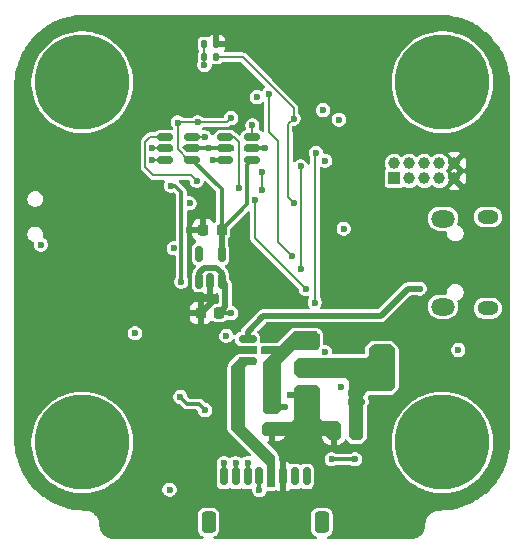
<source format=gbr>
%TF.GenerationSoftware,KiCad,Pcbnew,9.0.1*%
%TF.CreationDate,2025-06-12T22:27:34-04:00*%
%TF.ProjectId,STM32_FlightController,53544d33-325f-4466-9c69-676874436f6e,rev?*%
%TF.SameCoordinates,Original*%
%TF.FileFunction,Copper,L4,Bot*%
%TF.FilePolarity,Positive*%
%FSLAX46Y46*%
G04 Gerber Fmt 4.6, Leading zero omitted, Abs format (unit mm)*
G04 Created by KiCad (PCBNEW 9.0.1) date 2025-06-12 22:27:34*
%MOMM*%
%LPD*%
G01*
G04 APERTURE LIST*
G04 Aperture macros list*
%AMRoundRect*
0 Rectangle with rounded corners*
0 $1 Rounding radius*
0 $2 $3 $4 $5 $6 $7 $8 $9 X,Y pos of 4 corners*
0 Add a 4 corners polygon primitive as box body*
4,1,4,$2,$3,$4,$5,$6,$7,$8,$9,$2,$3,0*
0 Add four circle primitives for the rounded corners*
1,1,$1+$1,$2,$3*
1,1,$1+$1,$4,$5*
1,1,$1+$1,$6,$7*
1,1,$1+$1,$8,$9*
0 Add four rect primitives between the rounded corners*
20,1,$1+$1,$2,$3,$4,$5,0*
20,1,$1+$1,$4,$5,$6,$7,0*
20,1,$1+$1,$6,$7,$8,$9,0*
20,1,$1+$1,$8,$9,$2,$3,0*%
G04 Aperture macros list end*
%TA.AperFunction,HeatsinkPad*%
%ADD10O,1.800000X1.150000*%
%TD*%
%TA.AperFunction,HeatsinkPad*%
%ADD11O,2.000000X1.450000*%
%TD*%
%TA.AperFunction,ComponentPad*%
%ADD12C,8.000000*%
%TD*%
%TA.AperFunction,ComponentPad*%
%ADD13R,1.000000X1.000000*%
%TD*%
%TA.AperFunction,ComponentPad*%
%ADD14C,1.000000*%
%TD*%
%TA.AperFunction,SMDPad,CuDef*%
%ADD15RoundRect,0.150000X0.150000X0.625000X-0.150000X0.625000X-0.150000X-0.625000X0.150000X-0.625000X0*%
%TD*%
%TA.AperFunction,SMDPad,CuDef*%
%ADD16RoundRect,0.250000X0.350000X0.650000X-0.350000X0.650000X-0.350000X-0.650000X0.350000X-0.650000X0*%
%TD*%
%TA.AperFunction,SMDPad,CuDef*%
%ADD17RoundRect,0.250000X0.250000X0.475000X-0.250000X0.475000X-0.250000X-0.475000X0.250000X-0.475000X0*%
%TD*%
%TA.AperFunction,SMDPad,CuDef*%
%ADD18RoundRect,0.225000X0.225000X0.250000X-0.225000X0.250000X-0.225000X-0.250000X0.225000X-0.250000X0*%
%TD*%
%TA.AperFunction,SMDPad,CuDef*%
%ADD19RoundRect,0.135000X-0.135000X-0.185000X0.135000X-0.185000X0.135000X0.185000X-0.135000X0.185000X0*%
%TD*%
%TA.AperFunction,SMDPad,CuDef*%
%ADD20RoundRect,0.150000X-0.512500X-0.150000X0.512500X-0.150000X0.512500X0.150000X-0.512500X0.150000X0*%
%TD*%
%TA.AperFunction,SMDPad,CuDef*%
%ADD21RoundRect,0.250000X-0.475000X0.250000X-0.475000X-0.250000X0.475000X-0.250000X0.475000X0.250000X0*%
%TD*%
%TA.AperFunction,SMDPad,CuDef*%
%ADD22RoundRect,0.150000X-0.587500X-0.150000X0.587500X-0.150000X0.587500X0.150000X-0.587500X0.150000X0*%
%TD*%
%TA.AperFunction,SMDPad,CuDef*%
%ADD23RoundRect,0.375000X-0.625000X-0.375000X0.625000X-0.375000X0.625000X0.375000X-0.625000X0.375000X0*%
%TD*%
%TA.AperFunction,SMDPad,CuDef*%
%ADD24RoundRect,0.500000X-0.500000X-1.400000X0.500000X-1.400000X0.500000X1.400000X-0.500000X1.400000X0*%
%TD*%
%TA.AperFunction,SMDPad,CuDef*%
%ADD25RoundRect,0.150000X0.150000X-0.512500X0.150000X0.512500X-0.150000X0.512500X-0.150000X-0.512500X0*%
%TD*%
%TA.AperFunction,SMDPad,CuDef*%
%ADD26RoundRect,0.135000X0.135000X0.185000X-0.135000X0.185000X-0.135000X-0.185000X0.135000X-0.185000X0*%
%TD*%
%TA.AperFunction,ViaPad*%
%ADD27C,0.600000*%
%TD*%
%TA.AperFunction,Conductor*%
%ADD28C,0.300000*%
%TD*%
%TA.AperFunction,Conductor*%
%ADD29C,0.500000*%
%TD*%
%TA.AperFunction,Conductor*%
%ADD30C,0.200000*%
%TD*%
G04 APERTURE END LIST*
D10*
%TO.P,J1,6,Shield*%
%TO.N,unconnected-(J1-Shield-Pad6)_2*%
X54857500Y-39362500D03*
D11*
%TO.N,unconnected-(J1-Shield-Pad6)*%
X51057500Y-39212500D03*
%TO.N,unconnected-(J1-Shield-Pad6)_3*%
X51057500Y-31762500D03*
D10*
%TO.N,unconnected-(J1-Shield-Pad6)_1*%
X54857500Y-31612500D03*
%TD*%
D12*
%TO.P,H1,1,1*%
%TO.N,unconnected-(H1-Pad1)*%
X20512500Y-20212500D03*
%TD*%
%TO.P,H3,1,1*%
%TO.N,unconnected-(H3-Pad1)*%
X20512500Y-50712500D03*
%TD*%
%TO.P,H4,1,1*%
%TO.N,unconnected-(H4-Pad1)*%
X51012500Y-50712500D03*
%TD*%
%TO.P,H2,1,1*%
%TO.N,unconnected-(H2-Pad1)*%
X51012500Y-20212500D03*
%TD*%
D13*
%TO.P,J5,1,Pin_1*%
%TO.N,+3V3*%
X46937500Y-28357500D03*
D14*
%TO.P,J5,2,Pin_2*%
X46937500Y-27087500D03*
%TO.P,J5,3,Pin_3*%
%TO.N,/SWO*%
X48207500Y-28357500D03*
%TO.P,J5,4,Pin_4*%
X48207500Y-27087500D03*
%TO.P,J5,5,Pin_5*%
%TO.N,/SWCLK*%
X49477500Y-28357500D03*
%TO.P,J5,6,Pin_6*%
X49477500Y-27087500D03*
%TO.P,J5,7,Pin_7*%
%TO.N,/SWDIO*%
X50747500Y-28357500D03*
%TO.P,J5,8,Pin_8*%
X50747500Y-27087500D03*
%TO.P,J5,9,Pin_9*%
%TO.N,GND*%
X52017500Y-28357500D03*
%TO.P,J5,10,Pin_10*%
X52017500Y-27087500D03*
%TD*%
D15*
%TO.P,J2,1,Pin_1*%
%TO.N,/BAT*%
X39512500Y-53587500D03*
%TO.P,J2,2,Pin_2*%
%TO.N,/CRT*%
X38512500Y-53587500D03*
%TO.P,J2,3,Pin_3*%
%TO.N,GND*%
X37512500Y-53587500D03*
%TO.P,J2,4,Pin_4*%
%TO.N,+5V*%
X36512500Y-53587500D03*
%TO.P,J2,5,Pin_5*%
%TO.N,/S1*%
X35512500Y-53587500D03*
%TO.P,J2,6,Pin_6*%
%TO.N,/S2*%
X34512500Y-53587500D03*
%TO.P,J2,7,Pin_7*%
%TO.N,/S3*%
X33512500Y-53587500D03*
%TO.P,J2,8,Pin_8*%
%TO.N,/S4*%
X32512500Y-53587500D03*
D16*
%TO.P,J2,MP*%
%TO.N,N/C*%
X40812500Y-57462500D03*
X31212500Y-57462500D03*
%TD*%
D17*
%TO.P,C20,1*%
%TO.N,+3V3*%
X43712500Y-49687500D03*
%TO.P,C20,2*%
%TO.N,GND*%
X41812500Y-49687500D03*
%TD*%
D18*
%TO.P,C18,1*%
%TO.N,+1V8*%
X32312500Y-32737500D03*
%TO.P,C18,2*%
%TO.N,GND*%
X30762500Y-32737500D03*
%TD*%
D19*
%TO.P,R4,1*%
%TO.N,/IMU_SCK*%
X30852500Y-18087500D03*
%TO.P,R4,2*%
%TO.N,/SCK*%
X31872500Y-18087500D03*
%TD*%
D20*
%TO.P,U1,1,VCCA*%
%TO.N,+3V3*%
X32637500Y-26762500D03*
%TO.P,U1,2,GND*%
%TO.N,GND*%
X32637500Y-25812500D03*
%TO.P,U1,3,A*%
%TO.N,/INT1*%
X32637500Y-24862500D03*
%TO.P,U1,4,B*%
%TO.N,/IMU_INT*%
X34912500Y-24862500D03*
%TO.P,U1,5,DIR*%
%TO.N,GND*%
X34912500Y-25812500D03*
%TO.P,U1,6,VCCB*%
%TO.N,+1V8*%
X34912500Y-26762500D03*
%TD*%
%TO.P,U8,1,VCCA*%
%TO.N,+3V3*%
X27537500Y-26762500D03*
%TO.P,U8,2,GND*%
%TO.N,GND*%
X27537500Y-25812500D03*
%TO.P,U8,3,A*%
%TO.N,/MISO*%
X27537500Y-24862500D03*
%TO.P,U8,4,B*%
%TO.N,/IMU_MISO*%
X29812500Y-24862500D03*
%TO.P,U8,5,DIR*%
%TO.N,GND*%
X29812500Y-25812500D03*
%TO.P,U8,6,VCCB*%
%TO.N,+1V8*%
X29812500Y-26762500D03*
%TD*%
D21*
%TO.P,C19,1*%
%TO.N,V_MAIN*%
X36562500Y-47687500D03*
%TO.P,C19,2*%
%TO.N,GND*%
X36562500Y-49587500D03*
%TD*%
D22*
%TO.P,D1,1,A*%
%TO.N,+5V*%
X34512500Y-43837500D03*
%TO.P,D1,2,A*%
%TO.N,VBUS*%
X34512500Y-41937500D03*
%TO.P,D1,3,K*%
%TO.N,V_MAIN*%
X36387500Y-42887500D03*
%TD*%
D23*
%TO.P,U5,1,GND*%
%TO.N,GND*%
X39562500Y-46687500D03*
%TO.P,U5,2,VO*%
%TO.N,+3V3*%
X39562500Y-44387500D03*
D24*
X45862500Y-44387500D03*
D23*
%TO.P,U5,3,VI*%
%TO.N,V_MAIN*%
X39562500Y-42087500D03*
%TD*%
D25*
%TO.P,U6,1,IN*%
%TO.N,+3V3*%
X32312500Y-37025000D03*
%TO.P,U6,2,GND*%
%TO.N,GND*%
X31362500Y-37025000D03*
%TO.P,U6,3,EN*%
%TO.N,+3V3*%
X30412500Y-37025000D03*
%TO.P,U6,4,NC*%
%TO.N,unconnected-(U6-NC-Pad4)*%
X30412500Y-34750000D03*
%TO.P,U6,5,OUT*%
%TO.N,+1V8*%
X32312500Y-34750000D03*
%TD*%
D18*
%TO.P,C17,1*%
%TO.N,+3V3*%
X32112500Y-39750000D03*
%TO.P,C17,2*%
%TO.N,GND*%
X30562500Y-39750000D03*
%TD*%
D26*
%TO.P,R3,1*%
%TO.N,GND*%
X31872500Y-16987500D03*
%TO.P,R3,2*%
%TO.N,/IMU_SCK*%
X30852500Y-16987500D03*
%TD*%
D27*
%TO.N,GND*%
X38562500Y-24175000D03*
X42450000Y-46050000D03*
X44700000Y-30912500D03*
X43012500Y-18962500D03*
X38887500Y-48900000D03*
X40237500Y-48900000D03*
X32374329Y-18949201D03*
X41000000Y-31650000D03*
X50012500Y-41962500D03*
X17012500Y-38962500D03*
X38142500Y-46692500D03*
X35987500Y-25812500D03*
X40237500Y-49575000D03*
X37512500Y-54712500D03*
X20012500Y-25962500D03*
X33687500Y-33062500D03*
X23587500Y-34112500D03*
X28850000Y-17500000D03*
X45012500Y-20962500D03*
X48012500Y-39962500D03*
X25012500Y-43962500D03*
X27012500Y-47962500D03*
X28912500Y-54712500D03*
X22612500Y-30287499D03*
X28092500Y-32222500D03*
X27452500Y-33002500D03*
X50012500Y-43962500D03*
X24012500Y-25962500D03*
X25012500Y-47962500D03*
X39562500Y-48900000D03*
X43012500Y-20962500D03*
X54212500Y-40787500D03*
X31212500Y-25812500D03*
X48012500Y-41962500D03*
X27012500Y-49962500D03*
X31912500Y-44562500D03*
X21012500Y-42962500D03*
X48012500Y-45962500D03*
X23012500Y-42962500D03*
X25012500Y-45962500D03*
X25962500Y-29162500D03*
X17012500Y-40962500D03*
X52162500Y-34187500D03*
X26012500Y-38212500D03*
X26462500Y-25812500D03*
X19012500Y-38962500D03*
X31600163Y-38406155D03*
X17012500Y-42962500D03*
X27012500Y-45962500D03*
X33655735Y-19169265D03*
X17012500Y-29237500D03*
X28462500Y-21012500D03*
X43012500Y-16962500D03*
X19012500Y-42962500D03*
X45012500Y-22962500D03*
X19012500Y-40962500D03*
X22012500Y-25962500D03*
X33152500Y-16312500D03*
X45012500Y-16962500D03*
X39562500Y-49575000D03*
X28390000Y-42885000D03*
X21012500Y-40962500D03*
X49359735Y-35515265D03*
X42042500Y-42800000D03*
X45012500Y-18962500D03*
X29562500Y-32737500D03*
X20737500Y-37662500D03*
X38887500Y-49550000D03*
X40112500Y-52362500D03*
X42262500Y-25900000D03*
X31600000Y-30500000D03*
X48012500Y-43962500D03*
%TO.N,+3V3*%
X35312500Y-21462500D03*
X29612500Y-30462500D03*
X26462500Y-26762500D03*
X52362500Y-42887500D03*
X32712500Y-41687500D03*
X41062500Y-43062500D03*
X27912500Y-54712500D03*
X31556793Y-26768207D03*
X28262500Y-34262500D03*
X17012500Y-33962500D03*
X41062500Y-26862500D03*
X33125000Y-39750000D03*
X42262500Y-23387500D03*
X43262500Y-46562500D03*
X44162500Y-46562500D03*
X42652500Y-32622500D03*
X40912500Y-22562500D03*
X44162500Y-47262500D03*
X24987500Y-41462500D03*
X43262500Y-47262500D03*
%TO.N,/NRST*%
X28012500Y-28962500D03*
X28912500Y-37112500D03*
%TO.N,V_MAIN*%
X37712500Y-47712500D03*
%TO.N,VBUS*%
X49087500Y-37687500D03*
%TO.N,+1V8*%
X30287500Y-23612500D03*
X28600999Y-23624001D03*
X33112500Y-23237500D03*
%TO.N,/IMU_MISO*%
X30887500Y-24862500D03*
%TO.N,/MISO*%
X30211500Y-28562500D03*
%TO.N,/IMU_INT*%
X34912500Y-23862500D03*
%TO.N,/INT1*%
X35142500Y-30187500D03*
X33787500Y-29187500D03*
X39462500Y-37712500D03*
%TO.N,/MOSI*%
X35762500Y-27812500D03*
X35762500Y-29312500D03*
%TO.N,/IMU_SCK*%
X30863235Y-18763235D03*
%TO.N,/SCK*%
X38412500Y-23287500D03*
X38412500Y-30412500D03*
%TO.N,/CS1*%
X38262500Y-34912500D03*
X36337500Y-21187500D03*
%TO.N,/S1*%
X35512500Y-54752500D03*
%TO.N,/S2*%
X34512500Y-52462500D03*
%TO.N,/S3*%
X33512500Y-52462500D03*
%TO.N,/S4*%
X32512500Y-52462500D03*
%TO.N,/CS2*%
X39012500Y-36062500D03*
X39012500Y-27337500D03*
%TO.N,/INT2*%
X40312500Y-26212500D03*
X40212500Y-38862500D03*
%TO.N,/GPS_RX*%
X30912500Y-47962500D03*
X28812500Y-46862500D03*
%TO.N,/ELRS_RX*%
X43612500Y-52137500D03*
X41637500Y-52137500D03*
%TD*%
D28*
%TO.N,GND*%
X29812500Y-25812500D02*
X31212500Y-25812500D01*
X36562500Y-49587500D02*
X36517500Y-49587500D01*
D29*
X31362500Y-37025000D02*
X31362500Y-38950000D01*
X39562500Y-46687500D02*
X38147500Y-46687500D01*
X30600000Y-39750000D02*
X30562500Y-39750000D01*
X31362500Y-38950000D02*
X30562500Y-39750000D01*
D28*
X30762500Y-32737500D02*
X29562500Y-32737500D01*
D30*
X32612500Y-25787500D02*
X32637500Y-25812500D01*
D29*
X38147500Y-46687500D02*
X38142500Y-46692500D01*
D30*
X32537500Y-16987500D02*
X31872500Y-16987500D01*
X33152500Y-16372500D02*
X32537500Y-16987500D01*
D28*
X37512500Y-53587500D02*
X37512500Y-54712500D01*
X35987500Y-25812500D02*
X34912500Y-25812500D01*
D30*
X33152500Y-16312500D02*
X33152500Y-16372500D01*
D28*
X31212500Y-25812500D02*
X32637500Y-25812500D01*
D30*
X27537500Y-25812500D02*
X26462500Y-25812500D01*
D29*
%TO.N,+3V3*%
X30863501Y-35911500D02*
X31861499Y-35911500D01*
D28*
X31562500Y-26762500D02*
X32637500Y-26762500D01*
D29*
X31861499Y-35911500D02*
X32312500Y-36362501D01*
X32312500Y-37025000D02*
X32612500Y-37325000D01*
D28*
X31556793Y-26768207D02*
X31562500Y-26762500D01*
D29*
X30412500Y-36362501D02*
X30863501Y-35911500D01*
D30*
X26462500Y-26762500D02*
X27537500Y-26762500D01*
D29*
X30412500Y-37025000D02*
X30412500Y-36362501D01*
X32612500Y-37325000D02*
X32612500Y-39250000D01*
X32312500Y-36362501D02*
X32312500Y-37025000D01*
D28*
X33125000Y-39750000D02*
X32112500Y-39750000D01*
D29*
X32612500Y-39250000D02*
X32112500Y-39750000D01*
D28*
%TO.N,/NRST*%
X28912500Y-29487500D02*
X28912500Y-37112500D01*
X28387500Y-28962500D02*
X28912500Y-29487500D01*
X28012500Y-28962500D02*
X28387500Y-28962500D01*
D29*
%TO.N,V_MAIN*%
X36587500Y-47712500D02*
X36562500Y-47687500D01*
X37712500Y-47712500D02*
X36587500Y-47712500D01*
%TO.N,VBUS*%
X48095900Y-37687500D02*
X45795900Y-39987500D01*
X35862500Y-39987500D02*
X34512500Y-41337500D01*
X49087500Y-37687500D02*
X48095900Y-37687500D01*
X34512500Y-41337500D02*
X34512500Y-41937500D01*
X45795900Y-39987500D02*
X35862500Y-39987500D01*
D28*
%TO.N,+1V8*%
X32312500Y-32737500D02*
X34492500Y-30557500D01*
D30*
X32737500Y-23612500D02*
X33112500Y-23237500D01*
X28600999Y-23624001D02*
X28600999Y-25905467D01*
D28*
X32312500Y-29262500D02*
X29812500Y-26762500D01*
D30*
X28605000Y-23620000D02*
X28600999Y-23624001D01*
D28*
X34492500Y-30557500D02*
X34492500Y-27182500D01*
D30*
X29458032Y-26762500D02*
X29812500Y-26762500D01*
X28612500Y-23612500D02*
X30287500Y-23612500D01*
X30287500Y-23612500D02*
X32737500Y-23612500D01*
D28*
X32312500Y-32737500D02*
X32312500Y-29262500D01*
D29*
X32312500Y-34750000D02*
X32312500Y-32737500D01*
D28*
X34492500Y-27182500D02*
X34912500Y-26762500D01*
D30*
X28605000Y-23620000D02*
X28612500Y-23612500D01*
X28600999Y-25905467D02*
X29458032Y-26762500D01*
%TO.N,/IMU_MISO*%
X30887500Y-24862500D02*
X29812500Y-24862500D01*
%TO.N,/MISO*%
X25862500Y-25262500D02*
X26262500Y-24862500D01*
X27425000Y-24712500D02*
X28087499Y-24712500D01*
X26262500Y-24862500D02*
X27537500Y-24862500D01*
X25862500Y-27412500D02*
X25862500Y-25262500D01*
X30062500Y-28413500D02*
X30038500Y-28413500D01*
X29687500Y-28062500D02*
X26512500Y-28062500D01*
X30211500Y-28562500D02*
X30062500Y-28413500D01*
X30038500Y-28413500D02*
X29687500Y-28062500D01*
X26512500Y-28062500D02*
X25862500Y-27412500D01*
%TO.N,/IMU_INT*%
X34912500Y-23862500D02*
X34912500Y-24862500D01*
%TO.N,/INT1*%
X39462500Y-37712500D02*
X35142500Y-33392500D01*
X33787500Y-25312500D02*
X33337500Y-24862500D01*
X35142500Y-33392500D02*
X35142500Y-30187500D01*
X33337500Y-24862500D02*
X32637500Y-24862500D01*
X33787500Y-29187500D02*
X33787500Y-25312500D01*
%TO.N,/MOSI*%
X35762500Y-27812500D02*
X35762500Y-29312500D01*
%TO.N,/IMU_SCK*%
X30852500Y-18087500D02*
X30852500Y-16987500D01*
X30863235Y-18708365D02*
X30862500Y-18707630D01*
X30862500Y-18097500D02*
X30852500Y-18087500D01*
X30862500Y-18707630D02*
X30862500Y-18097500D01*
X30863235Y-18763235D02*
X30863235Y-18708365D01*
%TO.N,/SCK*%
X37962500Y-29962500D02*
X37962500Y-23737500D01*
X37962500Y-23737500D02*
X38412500Y-23287500D01*
X38412500Y-22387500D02*
X34112500Y-18087500D01*
X38412500Y-30412500D02*
X37962500Y-29962500D01*
X38412500Y-23287500D02*
X38412500Y-22387500D01*
X34112500Y-18087500D02*
X31872500Y-18087500D01*
%TO.N,/CS1*%
X36337500Y-24454600D02*
X36337500Y-21187500D01*
X37061500Y-25178600D02*
X36337500Y-24454600D01*
X37061500Y-33711500D02*
X37061500Y-25178600D01*
X38262500Y-34912500D02*
X37061500Y-33711500D01*
D28*
%TO.N,/S1*%
X35512500Y-53587500D02*
X35512500Y-54752500D01*
%TO.N,/S2*%
X34512500Y-53587500D02*
X34512500Y-52462500D01*
%TO.N,/S3*%
X33512500Y-53587500D02*
X33512500Y-52462500D01*
%TO.N,/S4*%
X32512500Y-53587500D02*
X32512500Y-52462500D01*
D30*
%TO.N,/CS2*%
X39012500Y-36062500D02*
X39012500Y-27337500D01*
%TO.N,/INT2*%
X40212500Y-38839500D02*
X40212500Y-38862500D01*
X40312500Y-26212500D02*
X40211500Y-26313500D01*
X40211500Y-38838500D02*
X40212500Y-38839500D01*
X40211500Y-26313500D02*
X40211500Y-38838500D01*
D28*
%TO.N,/GPS_RX*%
X30912500Y-47962500D02*
X30412500Y-47462500D01*
X30412500Y-47462500D02*
X29412500Y-47462500D01*
X29412500Y-47462500D02*
X28812500Y-46862500D01*
%TO.N,/ELRS_RX*%
X41637500Y-52137500D02*
X43612500Y-52137500D01*
%TD*%
%TA.AperFunction,Conductor*%
%TO.N,GND*%
G36*
X28143538Y-25582185D02*
G01*
X28189293Y-25634989D01*
X28200499Y-25686500D01*
X28200499Y-25938500D01*
X28180814Y-26005539D01*
X28128010Y-26051294D01*
X28076499Y-26062500D01*
X27661500Y-26062500D01*
X27594461Y-26042815D01*
X27548706Y-25990011D01*
X27537500Y-25938500D01*
X27537500Y-25686500D01*
X27557185Y-25619461D01*
X27609989Y-25573706D01*
X27661500Y-25562500D01*
X28076499Y-25562500D01*
X28143538Y-25582185D01*
G37*
%TD.AperFunction*%
%TA.AperFunction,Conductor*%
G36*
X29755539Y-25582185D02*
G01*
X29801294Y-25634989D01*
X29812500Y-25686500D01*
X29812500Y-25938500D01*
X29792815Y-26005539D01*
X29740011Y-26051294D01*
X29688500Y-26062500D01*
X29375786Y-26062500D01*
X29308747Y-26042815D01*
X29288105Y-26026181D01*
X29200424Y-25938500D01*
X29037818Y-25775893D01*
X29023114Y-25748965D01*
X29006522Y-25723147D01*
X29005630Y-25716946D01*
X29004333Y-25714570D01*
X29001499Y-25688212D01*
X29001499Y-25686500D01*
X29021184Y-25619461D01*
X29073988Y-25573706D01*
X29125499Y-25562500D01*
X29688500Y-25562500D01*
X29755539Y-25582185D01*
G37*
%TD.AperFunction*%
%TA.AperFunction,Conductor*%
G36*
X33330039Y-25582185D02*
G01*
X33375794Y-25634989D01*
X33387000Y-25686500D01*
X33387000Y-25938500D01*
X33367315Y-26005539D01*
X33314511Y-26051294D01*
X33263000Y-26062500D01*
X32761500Y-26062500D01*
X32694461Y-26042815D01*
X32648706Y-25990011D01*
X32637500Y-25938500D01*
X32637500Y-25686500D01*
X32657185Y-25619461D01*
X32709989Y-25573706D01*
X32761500Y-25562500D01*
X33263000Y-25562500D01*
X33330039Y-25582185D01*
G37*
%TD.AperFunction*%
%TA.AperFunction,Conductor*%
G36*
X34855539Y-25582185D02*
G01*
X34901294Y-25634989D01*
X34912500Y-25686500D01*
X34912500Y-25938500D01*
X34892815Y-26005539D01*
X34840011Y-26051294D01*
X34788500Y-26062500D01*
X34312000Y-26062500D01*
X34244961Y-26042815D01*
X34199206Y-25990011D01*
X34188000Y-25938500D01*
X34188000Y-25686500D01*
X34207685Y-25619461D01*
X34260489Y-25573706D01*
X34312000Y-25562500D01*
X34788500Y-25562500D01*
X34855539Y-25582185D01*
G37*
%TD.AperFunction*%
%TA.AperFunction,Conductor*%
G36*
X50764942Y-14488095D02*
G01*
X51184237Y-14504569D01*
X51189520Y-14504892D01*
X51287932Y-14513046D01*
X51292186Y-14513473D01*
X51659348Y-14556930D01*
X51665052Y-14557743D01*
X51757957Y-14573247D01*
X51761694Y-14573931D01*
X52129554Y-14647103D01*
X52135691Y-14648489D01*
X52218792Y-14669533D01*
X52221999Y-14670391D01*
X52302980Y-14693229D01*
X52591695Y-14774655D01*
X52598240Y-14776699D01*
X52666507Y-14800136D01*
X52668967Y-14801011D01*
X53042710Y-14938893D01*
X53049579Y-14941665D01*
X53095497Y-14961807D01*
X53097580Y-14962743D01*
X53252110Y-15033982D01*
X53479513Y-15138816D01*
X53486609Y-15142367D01*
X53490747Y-15144606D01*
X53498696Y-15148907D01*
X53500086Y-15149673D01*
X53892983Y-15369707D01*
X53901267Y-15374782D01*
X54284867Y-15631096D01*
X54292743Y-15636819D01*
X54655039Y-15922429D01*
X54662437Y-15928747D01*
X55001215Y-16241911D01*
X55008088Y-16248784D01*
X55232062Y-16491077D01*
X55321247Y-16587556D01*
X55327570Y-16594960D01*
X55613180Y-16957256D01*
X55618903Y-16965132D01*
X55875204Y-17348714D01*
X55880291Y-17357016D01*
X56100289Y-17749850D01*
X56101156Y-17751425D01*
X56107628Y-17763385D01*
X56111182Y-17770485D01*
X56287246Y-18152398D01*
X56288191Y-18154501D01*
X56308333Y-18200419D01*
X56311114Y-18207311D01*
X56448961Y-18580960D01*
X56449898Y-18583593D01*
X56466827Y-18632904D01*
X56473286Y-18651719D01*
X56475349Y-18658323D01*
X56579607Y-19027999D01*
X56580467Y-19031215D01*
X56601495Y-19114247D01*
X56602907Y-19120498D01*
X56676064Y-19488288D01*
X56676756Y-19492068D01*
X56692247Y-19584895D01*
X56693079Y-19590732D01*
X56736518Y-19957750D01*
X56736953Y-19962083D01*
X56745103Y-20060432D01*
X56745431Y-20065805D01*
X56761904Y-20485056D01*
X56762000Y-20489924D01*
X56762000Y-50485075D01*
X56761904Y-50489943D01*
X56745431Y-50909193D01*
X56745103Y-50914566D01*
X56736953Y-51012915D01*
X56736518Y-51017248D01*
X56693079Y-51384266D01*
X56692247Y-51390103D01*
X56676756Y-51482930D01*
X56676064Y-51486710D01*
X56602907Y-51854500D01*
X56601495Y-51860751D01*
X56580467Y-51943783D01*
X56579607Y-51946999D01*
X56475349Y-52316675D01*
X56473286Y-52323279D01*
X56449907Y-52391381D01*
X56448961Y-52394038D01*
X56311114Y-52767687D01*
X56308333Y-52774579D01*
X56288191Y-52820497D01*
X56287246Y-52822600D01*
X56111182Y-53204513D01*
X56107628Y-53211613D01*
X56101156Y-53223573D01*
X56100290Y-53225148D01*
X55880292Y-53617983D01*
X55875204Y-53626285D01*
X55618903Y-54009867D01*
X55613180Y-54017743D01*
X55327570Y-54380039D01*
X55321247Y-54387443D01*
X55008094Y-54726209D01*
X55001209Y-54733094D01*
X54662443Y-55046247D01*
X54655039Y-55052570D01*
X54292743Y-55338180D01*
X54284867Y-55343903D01*
X53901285Y-55600204D01*
X53892983Y-55605292D01*
X53500148Y-55825290D01*
X53498573Y-55826156D01*
X53486613Y-55832628D01*
X53479513Y-55836182D01*
X53097600Y-56012246D01*
X53095497Y-56013191D01*
X53049579Y-56033333D01*
X53042687Y-56036114D01*
X52669038Y-56173961D01*
X52666381Y-56174907D01*
X52598279Y-56198286D01*
X52591675Y-56200349D01*
X52221999Y-56304607D01*
X52218783Y-56305467D01*
X52135751Y-56326495D01*
X52129500Y-56327907D01*
X51761710Y-56401064D01*
X51757930Y-56401756D01*
X51665103Y-56417247D01*
X51659266Y-56418079D01*
X51292248Y-56461518D01*
X51287915Y-56461953D01*
X51189566Y-56470103D01*
X51184193Y-56470431D01*
X50764943Y-56486904D01*
X50760075Y-56487000D01*
X50668014Y-56487000D01*
X50481381Y-56516560D01*
X50457067Y-56524460D01*
X50457061Y-56524462D01*
X50452338Y-56525996D01*
X50451324Y-56526175D01*
X50447475Y-56527575D01*
X50445409Y-56528247D01*
X50301671Y-56574951D01*
X50269311Y-56591438D01*
X50269310Y-56591437D01*
X50262543Y-56594884D01*
X50254389Y-56597853D01*
X50236871Y-56607967D01*
X50233957Y-56609452D01*
X50133307Y-56660736D01*
X50133295Y-56660743D01*
X50091473Y-56691126D01*
X50091474Y-56691127D01*
X50086207Y-56694953D01*
X50072894Y-56702640D01*
X50055247Y-56717447D01*
X50051731Y-56720002D01*
X50051723Y-56720008D01*
X49980426Y-56771810D01*
X49980420Y-56771815D01*
X49928093Y-56824141D01*
X49912351Y-56837351D01*
X49899141Y-56853093D01*
X49846815Y-56905420D01*
X49846810Y-56905426D01*
X49795008Y-56976723D01*
X49792448Y-56980246D01*
X49777640Y-56997894D01*
X49769954Y-57011206D01*
X49766129Y-57016471D01*
X49735743Y-57058295D01*
X49735736Y-57058307D01*
X49684452Y-57158957D01*
X49682967Y-57161870D01*
X49672853Y-57179389D01*
X49669884Y-57187546D01*
X49666440Y-57194305D01*
X49666438Y-57194311D01*
X49649951Y-57226671D01*
X49603249Y-57370399D01*
X49603250Y-57370400D01*
X49602576Y-57372474D01*
X49601175Y-57376324D01*
X49600996Y-57377338D01*
X49599462Y-57382061D01*
X49599460Y-57382067D01*
X49591560Y-57406381D01*
X49562000Y-57593013D01*
X49562000Y-57682623D01*
X49561618Y-57692353D01*
X49549007Y-57852570D01*
X49547506Y-57864370D01*
X49541773Y-57896887D01*
X49540230Y-57904304D01*
X49507105Y-58042280D01*
X49503052Y-58055745D01*
X49494985Y-58077908D01*
X49493025Y-58082949D01*
X49434994Y-58223049D01*
X49426160Y-58240386D01*
X49338015Y-58384225D01*
X49326579Y-58399966D01*
X49217013Y-58528253D01*
X49203253Y-58542013D01*
X49074966Y-58651579D01*
X49059225Y-58663015D01*
X48915386Y-58751160D01*
X48898049Y-58759994D01*
X48757949Y-58818025D01*
X48752908Y-58819985D01*
X48730745Y-58828052D01*
X48717280Y-58832105D01*
X48579304Y-58865230D01*
X48571887Y-58866773D01*
X48539370Y-58872506D01*
X48527570Y-58874007D01*
X48367353Y-58886618D01*
X48357623Y-58887000D01*
X41351552Y-58887000D01*
X41284513Y-58867315D01*
X41238758Y-58814511D01*
X41228814Y-58745353D01*
X41257839Y-58681797D01*
X41306060Y-58647646D01*
X41434842Y-58596861D01*
X41555422Y-58505422D01*
X41646861Y-58384842D01*
X41702377Y-58244064D01*
X41713000Y-58155602D01*
X41713000Y-56769398D01*
X41702377Y-56680936D01*
X41646861Y-56540158D01*
X41646860Y-56540157D01*
X41646860Y-56540156D01*
X41555422Y-56419577D01*
X41434843Y-56328139D01*
X41294061Y-56272622D01*
X41248426Y-56267142D01*
X41205602Y-56262000D01*
X40419398Y-56262000D01*
X40380353Y-56266688D01*
X40330938Y-56272622D01*
X40190156Y-56328139D01*
X40069577Y-56419577D01*
X39978139Y-56540156D01*
X39922622Y-56680938D01*
X39917932Y-56720001D01*
X39912000Y-56769398D01*
X39912000Y-58155602D01*
X39917626Y-58202454D01*
X39922622Y-58244061D01*
X39978139Y-58384843D01*
X40069577Y-58505422D01*
X40190156Y-58596860D01*
X40190157Y-58596860D01*
X40190158Y-58596861D01*
X40318939Y-58647646D01*
X40374082Y-58690551D01*
X40397275Y-58756459D01*
X40381155Y-58824444D01*
X40330838Y-58872920D01*
X40273448Y-58887000D01*
X31751552Y-58887000D01*
X31684513Y-58867315D01*
X31638758Y-58814511D01*
X31628814Y-58745353D01*
X31657839Y-58681797D01*
X31706060Y-58647646D01*
X31834842Y-58596861D01*
X31955422Y-58505422D01*
X32046861Y-58384842D01*
X32102377Y-58244064D01*
X32113000Y-58155602D01*
X32113000Y-56769398D01*
X32102377Y-56680936D01*
X32046861Y-56540158D01*
X32046860Y-56540157D01*
X32046860Y-56540156D01*
X31955422Y-56419577D01*
X31834843Y-56328139D01*
X31694061Y-56272622D01*
X31648426Y-56267142D01*
X31605602Y-56262000D01*
X30819398Y-56262000D01*
X30780353Y-56266688D01*
X30730938Y-56272622D01*
X30590156Y-56328139D01*
X30469577Y-56419577D01*
X30378139Y-56540156D01*
X30322622Y-56680938D01*
X30317932Y-56720001D01*
X30312000Y-56769398D01*
X30312000Y-58155602D01*
X30317626Y-58202454D01*
X30322622Y-58244061D01*
X30378139Y-58384843D01*
X30469577Y-58505422D01*
X30590156Y-58596860D01*
X30590157Y-58596860D01*
X30590158Y-58596861D01*
X30718939Y-58647646D01*
X30774082Y-58690551D01*
X30797275Y-58756459D01*
X30781155Y-58824444D01*
X30730838Y-58872920D01*
X30673448Y-58887000D01*
X23167377Y-58887000D01*
X23157647Y-58886618D01*
X22997428Y-58874007D01*
X22985628Y-58872506D01*
X22962395Y-58868409D01*
X22953105Y-58866771D01*
X22945694Y-58865230D01*
X22807718Y-58832105D01*
X22794253Y-58828052D01*
X22772090Y-58819985D01*
X22767049Y-58818025D01*
X22626949Y-58759994D01*
X22609612Y-58751160D01*
X22465774Y-58663016D01*
X22450033Y-58651580D01*
X22393375Y-58603190D01*
X22321746Y-58542013D01*
X22307986Y-58528253D01*
X22257869Y-58469573D01*
X22198416Y-58399961D01*
X22186987Y-58384230D01*
X22098833Y-58240376D01*
X22090007Y-58223056D01*
X22031966Y-58082931D01*
X22030013Y-58077908D01*
X22021946Y-58055745D01*
X22017898Y-58042298D01*
X21984761Y-57904274D01*
X21983235Y-57896938D01*
X21977489Y-57864350D01*
X21975991Y-57852568D01*
X21963382Y-57692353D01*
X21963000Y-57682624D01*
X21963000Y-57593013D01*
X21946876Y-57491217D01*
X21933440Y-57406382D01*
X21924004Y-57377342D01*
X21923825Y-57376324D01*
X21922418Y-57372461D01*
X21900379Y-57304633D01*
X21875049Y-57226672D01*
X21858565Y-57194320D01*
X21858160Y-57193527D01*
X21855120Y-57187560D01*
X21852147Y-57179389D01*
X21842019Y-57161847D01*
X21789260Y-57058301D01*
X21789258Y-57058298D01*
X21789257Y-57058296D01*
X21758872Y-57016476D01*
X21758872Y-57016475D01*
X21755053Y-57011218D01*
X21747360Y-56997894D01*
X21732539Y-56980231D01*
X21730002Y-56976739D01*
X21729992Y-56976726D01*
X21729990Y-56976723D01*
X21678190Y-56905427D01*
X21625868Y-56853105D01*
X21612649Y-56837351D01*
X21596894Y-56824131D01*
X21544572Y-56771809D01*
X21473266Y-56720001D01*
X21473266Y-56720002D01*
X21469772Y-56717463D01*
X21452106Y-56702640D01*
X21438775Y-56694943D01*
X21391699Y-56660740D01*
X21391691Y-56660736D01*
X21291033Y-56609448D01*
X21291033Y-56609447D01*
X21288131Y-56607968D01*
X21270611Y-56597853D01*
X21262450Y-56594882D01*
X21255690Y-56591438D01*
X21255684Y-56591436D01*
X21223340Y-56574957D01*
X21223332Y-56574953D01*
X21079612Y-56528255D01*
X21079612Y-56528254D01*
X21077525Y-56527576D01*
X21073676Y-56526175D01*
X21072663Y-56525996D01*
X21067947Y-56524464D01*
X21067936Y-56524461D01*
X21043619Y-56516560D01*
X20856986Y-56487000D01*
X20856981Y-56487000D01*
X20764925Y-56487000D01*
X20760057Y-56486904D01*
X20340805Y-56470431D01*
X20335432Y-56470103D01*
X20237083Y-56461953D01*
X20232750Y-56461518D01*
X19952573Y-56428357D01*
X19865723Y-56418077D01*
X19859895Y-56417247D01*
X19767068Y-56401756D01*
X19763288Y-56401064D01*
X19395498Y-56327907D01*
X19389251Y-56326496D01*
X19382161Y-56324700D01*
X19306215Y-56305467D01*
X19302999Y-56304607D01*
X18933323Y-56200349D01*
X18926719Y-56198286D01*
X18907904Y-56191827D01*
X18858593Y-56174898D01*
X18855960Y-56173961D01*
X18482311Y-56036114D01*
X18475419Y-56033333D01*
X18429501Y-56013191D01*
X18427398Y-56012246D01*
X18045485Y-55836182D01*
X18038385Y-55832628D01*
X18026425Y-55826156D01*
X18024850Y-55825289D01*
X17632016Y-55605291D01*
X17623714Y-55600204D01*
X17240132Y-55343903D01*
X17232256Y-55338180D01*
X16869960Y-55052570D01*
X16862556Y-55046247D01*
X16826589Y-55012999D01*
X16523784Y-54733088D01*
X16516911Y-54726215D01*
X16203747Y-54387437D01*
X16197429Y-54380039D01*
X15911819Y-54017743D01*
X15906096Y-54009867D01*
X15823450Y-53886179D01*
X15649782Y-53626267D01*
X15644707Y-53617983D01*
X15424673Y-53225086D01*
X15423907Y-53223696D01*
X15417367Y-53211609D01*
X15413816Y-53204513D01*
X15237752Y-52822600D01*
X15236807Y-52820497D01*
X15216665Y-52774579D01*
X15213893Y-52767710D01*
X15076011Y-52393967D01*
X15075136Y-52391507D01*
X15051699Y-52323240D01*
X15049655Y-52316695D01*
X14955257Y-51981981D01*
X14945391Y-51946999D01*
X14944531Y-51943783D01*
X14923489Y-51860691D01*
X14922103Y-51854554D01*
X14848931Y-51486694D01*
X14848242Y-51482930D01*
X14832743Y-51390052D01*
X14831930Y-51384348D01*
X14788473Y-51017187D01*
X14788045Y-51012915D01*
X14779892Y-50914520D01*
X14779569Y-50909237D01*
X14764463Y-50524732D01*
X16212000Y-50524732D01*
X16212000Y-50900267D01*
X16244729Y-51274365D01*
X16309938Y-51644179D01*
X16309941Y-51644192D01*
X16407130Y-52006910D01*
X16535568Y-52359793D01*
X16694271Y-52700133D01*
X16694279Y-52700148D01*
X16733273Y-52767687D01*
X16882040Y-53025358D01*
X16882044Y-53025364D01*
X16882051Y-53025375D01*
X17097434Y-53332974D01*
X17171913Y-53421734D01*
X17338818Y-53620644D01*
X17604356Y-53886182D01*
X17723968Y-53986548D01*
X17892025Y-54127565D01*
X18199624Y-54342948D01*
X18199631Y-54342952D01*
X18199642Y-54342960D01*
X18342401Y-54425382D01*
X18524851Y-54530720D01*
X18524866Y-54530728D01*
X18865206Y-54689431D01*
X19128979Y-54785436D01*
X19218083Y-54817867D01*
X19218084Y-54817867D01*
X19218089Y-54817869D01*
X19332042Y-54848402D01*
X19580815Y-54915061D01*
X19950637Y-54980271D01*
X20324734Y-55012999D01*
X20324735Y-55013000D01*
X20324736Y-55013000D01*
X20700265Y-55013000D01*
X20700265Y-55012999D01*
X21074363Y-54980271D01*
X21444185Y-54915061D01*
X21806917Y-54817867D01*
X22111041Y-54707175D01*
X22159793Y-54689431D01*
X22159794Y-54689430D01*
X22159798Y-54689429D01*
X22279860Y-54633443D01*
X27312000Y-54633443D01*
X27312000Y-54791557D01*
X27340308Y-54897202D01*
X27352923Y-54944283D01*
X27352926Y-54944290D01*
X27431975Y-55081209D01*
X27431979Y-55081214D01*
X27431980Y-55081216D01*
X27543784Y-55193020D01*
X27543786Y-55193021D01*
X27543790Y-55193024D01*
X27680709Y-55272073D01*
X27680716Y-55272077D01*
X27833443Y-55313000D01*
X27833445Y-55313000D01*
X27991555Y-55313000D01*
X27991557Y-55313000D01*
X28144284Y-55272077D01*
X28281216Y-55193020D01*
X28393020Y-55081216D01*
X28472077Y-54944284D01*
X28513000Y-54791557D01*
X28513000Y-54633443D01*
X28472077Y-54480716D01*
X28440129Y-54425380D01*
X28393024Y-54343790D01*
X28393018Y-54343782D01*
X28281217Y-54231981D01*
X28281209Y-54231975D01*
X28144290Y-54152926D01*
X28144286Y-54152924D01*
X28144284Y-54152923D01*
X27991557Y-54112000D01*
X27833443Y-54112000D01*
X27680716Y-54152923D01*
X27680709Y-54152926D01*
X27543790Y-54231975D01*
X27543782Y-54231981D01*
X27431981Y-54343782D01*
X27431975Y-54343790D01*
X27352926Y-54480709D01*
X27352923Y-54480716D01*
X27312000Y-54633443D01*
X22279860Y-54633443D01*
X22500142Y-54530724D01*
X22524587Y-54516611D01*
X22640701Y-54449572D01*
X22825358Y-54342960D01*
X23132973Y-54127566D01*
X23420644Y-53886182D01*
X23686182Y-53620644D01*
X23927566Y-53332973D01*
X24142960Y-53025358D01*
X24330724Y-52700142D01*
X24489429Y-52359798D01*
X24505125Y-52316675D01*
X24551782Y-52188483D01*
X24617867Y-52006917D01*
X24715061Y-51644185D01*
X24780271Y-51274363D01*
X24813000Y-50900264D01*
X24813000Y-50524736D01*
X24780271Y-50150637D01*
X24715061Y-49780815D01*
X24629501Y-49461500D01*
X24617869Y-49418089D01*
X24489431Y-49065206D01*
X24330728Y-48724866D01*
X24330720Y-48724851D01*
X24309155Y-48687499D01*
X24142960Y-48399642D01*
X24142952Y-48399631D01*
X24142948Y-48399624D01*
X23927565Y-48092025D01*
X23777345Y-47913000D01*
X23686182Y-47804356D01*
X23420644Y-47538818D01*
X23281516Y-47422076D01*
X23132974Y-47297434D01*
X22825375Y-47082051D01*
X22825364Y-47082044D01*
X22825358Y-47082040D01*
X22728733Y-47026253D01*
X22500148Y-46894279D01*
X22500124Y-46894267D01*
X22486037Y-46887698D01*
X22486036Y-46887698D01*
X22262461Y-46783443D01*
X28212000Y-46783443D01*
X28212000Y-46941557D01*
X28249643Y-47082040D01*
X28252923Y-47094283D01*
X28252926Y-47094290D01*
X28331975Y-47231209D01*
X28331979Y-47231214D01*
X28331980Y-47231216D01*
X28443784Y-47343020D01*
X28443786Y-47343021D01*
X28443790Y-47343024D01*
X28547540Y-47402923D01*
X28580716Y-47422077D01*
X28733443Y-47463000D01*
X28733445Y-47463000D01*
X28740599Y-47463942D01*
X28804496Y-47492207D01*
X28812097Y-47499200D01*
X29135886Y-47822989D01*
X29238613Y-47882299D01*
X29262821Y-47888784D01*
X29262824Y-47888786D01*
X29262825Y-47888786D01*
X29292947Y-47896857D01*
X29353191Y-47913000D01*
X30174535Y-47913000D01*
X30203975Y-47921644D01*
X30233962Y-47928168D01*
X30238977Y-47931922D01*
X30241574Y-47932685D01*
X30262216Y-47949319D01*
X30275799Y-47962902D01*
X30309284Y-48024225D01*
X30311056Y-48034393D01*
X30311998Y-48041550D01*
X30352923Y-48194283D01*
X30352926Y-48194290D01*
X30431975Y-48331209D01*
X30431979Y-48331214D01*
X30431980Y-48331216D01*
X30543784Y-48443020D01*
X30543786Y-48443021D01*
X30543790Y-48443024D01*
X30675927Y-48519312D01*
X30680716Y-48522077D01*
X30833443Y-48563000D01*
X30833445Y-48563000D01*
X30991555Y-48563000D01*
X30991557Y-48563000D01*
X31144284Y-48522077D01*
X31281216Y-48443020D01*
X31393020Y-48331216D01*
X31472077Y-48194284D01*
X31513000Y-48041557D01*
X31513000Y-47883443D01*
X31472077Y-47730716D01*
X31457758Y-47705914D01*
X31393024Y-47593790D01*
X31393018Y-47593782D01*
X31281217Y-47481981D01*
X31281209Y-47481975D01*
X31144290Y-47402926D01*
X31144286Y-47402924D01*
X31144284Y-47402923D01*
X30991557Y-47362000D01*
X30991550Y-47361998D01*
X30984393Y-47361056D01*
X30920497Y-47332787D01*
X30912902Y-47325799D01*
X30689116Y-47102013D01*
X30689114Y-47102011D01*
X30637750Y-47072356D01*
X30586388Y-47042701D01*
X30574280Y-47039457D01*
X30562173Y-47036213D01*
X30562170Y-47036212D01*
X30523978Y-47025978D01*
X30471809Y-47012000D01*
X30471808Y-47012000D01*
X29650465Y-47012000D01*
X29621024Y-47003355D01*
X29591038Y-46996832D01*
X29586022Y-46993077D01*
X29583426Y-46992315D01*
X29562784Y-46975681D01*
X29449200Y-46862097D01*
X29415715Y-46800774D01*
X29413942Y-46790599D01*
X29413000Y-46783445D01*
X29413000Y-46783443D01*
X29372077Y-46630716D01*
X29365492Y-46619310D01*
X29293024Y-46493790D01*
X29293018Y-46493782D01*
X29181217Y-46381981D01*
X29181209Y-46381975D01*
X29044290Y-46302926D01*
X29044286Y-46302924D01*
X29044284Y-46302923D01*
X28891557Y-46262000D01*
X28733443Y-46262000D01*
X28580716Y-46302923D01*
X28580709Y-46302926D01*
X28443790Y-46381975D01*
X28443782Y-46381981D01*
X28331981Y-46493782D01*
X28331975Y-46493790D01*
X28252926Y-46630709D01*
X28252923Y-46630716D01*
X28212000Y-46783443D01*
X22262461Y-46783443D01*
X22159793Y-46735568D01*
X21806910Y-46607130D01*
X21444192Y-46509941D01*
X21444195Y-46509941D01*
X21444185Y-46509939D01*
X21352555Y-46493782D01*
X21074365Y-46444729D01*
X20700267Y-46412000D01*
X20700264Y-46412000D01*
X20324736Y-46412000D01*
X20324732Y-46412000D01*
X19950634Y-46444729D01*
X19580820Y-46509938D01*
X19580817Y-46509938D01*
X19580815Y-46509939D01*
X19580810Y-46509940D01*
X19580807Y-46509941D01*
X19218089Y-46607130D01*
X18865206Y-46735568D01*
X18524866Y-46894271D01*
X18524851Y-46894279D01*
X18199650Y-47082035D01*
X18199624Y-47082051D01*
X17892025Y-47297434D01*
X17604353Y-47538820D01*
X17338820Y-47804353D01*
X17097434Y-48092025D01*
X16882051Y-48399624D01*
X16882035Y-48399650D01*
X16694279Y-48724851D01*
X16694271Y-48724866D01*
X16535568Y-49065206D01*
X16407130Y-49418089D01*
X16309941Y-49780807D01*
X16309938Y-49780820D01*
X16244729Y-50150634D01*
X16212000Y-50524732D01*
X14764463Y-50524732D01*
X14763096Y-50489943D01*
X14763000Y-50485075D01*
X14763000Y-41383443D01*
X24387000Y-41383443D01*
X24387000Y-41541557D01*
X24407862Y-41619413D01*
X24427923Y-41694283D01*
X24427926Y-41694290D01*
X24506975Y-41831209D01*
X24506979Y-41831214D01*
X24506980Y-41831216D01*
X24618784Y-41943020D01*
X24618786Y-41943021D01*
X24618790Y-41943024D01*
X24701703Y-41990893D01*
X24755716Y-42022077D01*
X24908443Y-42063000D01*
X24908445Y-42063000D01*
X25066555Y-42063000D01*
X25066557Y-42063000D01*
X25219284Y-42022077D01*
X25356216Y-41943020D01*
X25468020Y-41831216D01*
X25547077Y-41694284D01*
X25588000Y-41541557D01*
X25588000Y-41383443D01*
X25547077Y-41230716D01*
X25476119Y-41107812D01*
X25468024Y-41093790D01*
X25468018Y-41093782D01*
X25356217Y-40981981D01*
X25356209Y-40981975D01*
X25219290Y-40902926D01*
X25219286Y-40902924D01*
X25219284Y-40902923D01*
X25066557Y-40862000D01*
X24908443Y-40862000D01*
X24755716Y-40902923D01*
X24755709Y-40902926D01*
X24618790Y-40981975D01*
X24618782Y-40981981D01*
X24506981Y-41093782D01*
X24506975Y-41093790D01*
X24427926Y-41230709D01*
X24427923Y-41230716D01*
X24387000Y-41383443D01*
X14763000Y-41383443D01*
X14763000Y-40048322D01*
X29612501Y-40048322D01*
X29622644Y-40147607D01*
X29675952Y-40308481D01*
X29675957Y-40308492D01*
X29764924Y-40452728D01*
X29764927Y-40452732D01*
X29884767Y-40572572D01*
X29884771Y-40572575D01*
X30029007Y-40661542D01*
X30029018Y-40661547D01*
X30189893Y-40714855D01*
X30289183Y-40724999D01*
X30312500Y-40724998D01*
X30312500Y-40000000D01*
X29612501Y-40000000D01*
X29612501Y-40048322D01*
X14763000Y-40048322D01*
X14763000Y-39451677D01*
X29612500Y-39451677D01*
X29612500Y-39500000D01*
X30312500Y-39500000D01*
X30312500Y-38774999D01*
X30289193Y-38775000D01*
X30289174Y-38775001D01*
X30189892Y-38785144D01*
X30029018Y-38838452D01*
X30029007Y-38838457D01*
X29884771Y-38927424D01*
X29884767Y-38927427D01*
X29764927Y-39047267D01*
X29764924Y-39047271D01*
X29675957Y-39191507D01*
X29675952Y-39191518D01*
X29622644Y-39352393D01*
X29612500Y-39451677D01*
X14763000Y-39451677D01*
X14763000Y-33151571D01*
X15881999Y-33151571D01*
X15906997Y-33277238D01*
X15906999Y-33277244D01*
X15956033Y-33395624D01*
X15956038Y-33395633D01*
X16027223Y-33502168D01*
X16027226Y-33502172D01*
X16117827Y-33592773D01*
X16117831Y-33592776D01*
X16224366Y-33663961D01*
X16224379Y-33663968D01*
X16345721Y-33714229D01*
X16400125Y-33758070D01*
X16422190Y-33824364D01*
X16418045Y-33860879D01*
X16412000Y-33883440D01*
X16412000Y-33883443D01*
X16412000Y-34041557D01*
X16441808Y-34152800D01*
X16452923Y-34194283D01*
X16452926Y-34194290D01*
X16531975Y-34331209D01*
X16531979Y-34331214D01*
X16531980Y-34331216D01*
X16643784Y-34443020D01*
X16643786Y-34443021D01*
X16643790Y-34443024D01*
X16732587Y-34494290D01*
X16780716Y-34522077D01*
X16933443Y-34563000D01*
X16933445Y-34563000D01*
X17091555Y-34563000D01*
X17091557Y-34563000D01*
X17244284Y-34522077D01*
X17381216Y-34443020D01*
X17493020Y-34331216D01*
X17572077Y-34194284D01*
X17613000Y-34041557D01*
X17613000Y-33883443D01*
X17572077Y-33730716D01*
X17547415Y-33688000D01*
X17493024Y-33593790D01*
X17493018Y-33593782D01*
X17381217Y-33481981D01*
X17381209Y-33481975D01*
X17244290Y-33402926D01*
X17244287Y-33402924D01*
X17244284Y-33402923D01*
X17244280Y-33402922D01*
X17236777Y-33399814D01*
X17237997Y-33396866D01*
X17191136Y-33368288D01*
X17160620Y-33305434D01*
X17161291Y-33260706D01*
X17183000Y-33151571D01*
X17183000Y-33023428D01*
X17158002Y-32897761D01*
X17158001Y-32897760D01*
X17158001Y-32897756D01*
X17120074Y-32806192D01*
X17108966Y-32779375D01*
X17108961Y-32779366D01*
X17037776Y-32672831D01*
X17037773Y-32672827D01*
X16947172Y-32582226D01*
X16947168Y-32582223D01*
X16840633Y-32511038D01*
X16840624Y-32511033D01*
X16722244Y-32461999D01*
X16722238Y-32461997D01*
X16596571Y-32437000D01*
X16596569Y-32437000D01*
X16468431Y-32437000D01*
X16468429Y-32437000D01*
X16342761Y-32461997D01*
X16342755Y-32461999D01*
X16224375Y-32511033D01*
X16224366Y-32511038D01*
X16117831Y-32582223D01*
X16117827Y-32582226D01*
X16027226Y-32672827D01*
X16027223Y-32672831D01*
X15956038Y-32779366D01*
X15956033Y-32779375D01*
X15906999Y-32897755D01*
X15906997Y-32897761D01*
X15882000Y-33023428D01*
X15882000Y-33023431D01*
X15882000Y-33151569D01*
X15882000Y-33151571D01*
X15881999Y-33151571D01*
X14763000Y-33151571D01*
X14763000Y-30151571D01*
X15881999Y-30151571D01*
X15906997Y-30277238D01*
X15906999Y-30277244D01*
X15956033Y-30395624D01*
X15956038Y-30395633D01*
X16027223Y-30502168D01*
X16027226Y-30502172D01*
X16117827Y-30592773D01*
X16117831Y-30592776D01*
X16224366Y-30663961D01*
X16224372Y-30663964D01*
X16224373Y-30663965D01*
X16342756Y-30713001D01*
X16342760Y-30713001D01*
X16342761Y-30713002D01*
X16468428Y-30738000D01*
X16468431Y-30738000D01*
X16596571Y-30738000D01*
X16681115Y-30721182D01*
X16722244Y-30713001D01*
X16840627Y-30663965D01*
X16947169Y-30592776D01*
X17037776Y-30502169D01*
X17108965Y-30395627D01*
X17158001Y-30277244D01*
X17183000Y-30151569D01*
X17183000Y-30023431D01*
X17183000Y-30023428D01*
X17158002Y-29897761D01*
X17158001Y-29897760D01*
X17158001Y-29897756D01*
X17114326Y-29792315D01*
X17108966Y-29779375D01*
X17108961Y-29779366D01*
X17037776Y-29672831D01*
X17037773Y-29672827D01*
X16947172Y-29582226D01*
X16947168Y-29582223D01*
X16840633Y-29511038D01*
X16840624Y-29511033D01*
X16722244Y-29461999D01*
X16722238Y-29461997D01*
X16596571Y-29437000D01*
X16596569Y-29437000D01*
X16468431Y-29437000D01*
X16468429Y-29437000D01*
X16342761Y-29461997D01*
X16342755Y-29461999D01*
X16224375Y-29511033D01*
X16224366Y-29511038D01*
X16117831Y-29582223D01*
X16117827Y-29582226D01*
X16027226Y-29672827D01*
X16027223Y-29672831D01*
X15956038Y-29779366D01*
X15956033Y-29779375D01*
X15906999Y-29897755D01*
X15906997Y-29897761D01*
X15882000Y-30023428D01*
X15882000Y-30023431D01*
X15882000Y-30151569D01*
X15882000Y-30151571D01*
X15881999Y-30151571D01*
X14763000Y-30151571D01*
X14763000Y-25209773D01*
X25462000Y-25209773D01*
X25462000Y-25216596D01*
X25462000Y-27465226D01*
X25489293Y-27567089D01*
X25506285Y-27596519D01*
X25542020Y-27658413D01*
X26266587Y-28382980D01*
X26357912Y-28435707D01*
X26459773Y-28463000D01*
X26565227Y-28463000D01*
X27392714Y-28463000D01*
X27459753Y-28482685D01*
X27505508Y-28535489D01*
X27515452Y-28604647D01*
X27500102Y-28648999D01*
X27452923Y-28730715D01*
X27452923Y-28730716D01*
X27412000Y-28883443D01*
X27412000Y-29041557D01*
X27444541Y-29163000D01*
X27452923Y-29194283D01*
X27452926Y-29194290D01*
X27531975Y-29331209D01*
X27531979Y-29331214D01*
X27531980Y-29331216D01*
X27643784Y-29443020D01*
X27643786Y-29443021D01*
X27643790Y-29443024D01*
X27761596Y-29511038D01*
X27780716Y-29522077D01*
X27933443Y-29563000D01*
X27933445Y-29563000D01*
X28091554Y-29563000D01*
X28091557Y-29563000D01*
X28226944Y-29526723D01*
X28238940Y-29527008D01*
X28250187Y-29522814D01*
X28273221Y-29527824D01*
X28296789Y-29528386D01*
X28308436Y-29535485D01*
X28318460Y-29537666D01*
X28346714Y-29558817D01*
X28425681Y-29637784D01*
X28459166Y-29699107D01*
X28462000Y-29725465D01*
X28462000Y-33538000D01*
X28442315Y-33605039D01*
X28389511Y-33650794D01*
X28338000Y-33662000D01*
X28183443Y-33662000D01*
X28030716Y-33702923D01*
X28030709Y-33702926D01*
X27893790Y-33781975D01*
X27893782Y-33781981D01*
X27781981Y-33893782D01*
X27781975Y-33893790D01*
X27702926Y-34030709D01*
X27702923Y-34030716D01*
X27662000Y-34183443D01*
X27662000Y-34341557D01*
X27689187Y-34443018D01*
X27702923Y-34494283D01*
X27702926Y-34494290D01*
X27781975Y-34631209D01*
X27781979Y-34631214D01*
X27781980Y-34631216D01*
X27893784Y-34743020D01*
X27893786Y-34743021D01*
X27893790Y-34743024D01*
X28030709Y-34822073D01*
X28030716Y-34822077D01*
X28183443Y-34863000D01*
X28183445Y-34863000D01*
X28338000Y-34863000D01*
X28405039Y-34882685D01*
X28450794Y-34935489D01*
X28462000Y-34987000D01*
X28462000Y-36662569D01*
X28442315Y-36729608D01*
X28436375Y-36738057D01*
X28431975Y-36743790D01*
X28352926Y-36880709D01*
X28352923Y-36880716D01*
X28312000Y-37033443D01*
X28312000Y-37191557D01*
X28346091Y-37318784D01*
X28352923Y-37344283D01*
X28352926Y-37344290D01*
X28431975Y-37481209D01*
X28431979Y-37481214D01*
X28431980Y-37481216D01*
X28543784Y-37593020D01*
X28543786Y-37593021D01*
X28543790Y-37593024D01*
X28594327Y-37622201D01*
X28680716Y-37672077D01*
X28833443Y-37713000D01*
X28833445Y-37713000D01*
X28991555Y-37713000D01*
X28991557Y-37713000D01*
X29144284Y-37672077D01*
X29281216Y-37593020D01*
X29393020Y-37481216D01*
X29472077Y-37344284D01*
X29513000Y-37191557D01*
X29513000Y-37033443D01*
X29472077Y-36880716D01*
X29438161Y-36821971D01*
X29393024Y-36743790D01*
X29393021Y-36743787D01*
X29393020Y-36743784D01*
X29393017Y-36743781D01*
X29388625Y-36738057D01*
X29363430Y-36672888D01*
X29363000Y-36662569D01*
X29363000Y-32439177D01*
X29812500Y-32439177D01*
X29812500Y-32487500D01*
X30512500Y-32487500D01*
X30512500Y-31762499D01*
X30489193Y-31762500D01*
X30489174Y-31762501D01*
X30389892Y-31772644D01*
X30229018Y-31825952D01*
X30229007Y-31825957D01*
X30084771Y-31914924D01*
X30084767Y-31914927D01*
X29964927Y-32034767D01*
X29964924Y-32034771D01*
X29875957Y-32179007D01*
X29875952Y-32179018D01*
X29822644Y-32339893D01*
X29812500Y-32439177D01*
X29363000Y-32439177D01*
X29363000Y-31178929D01*
X29382685Y-31111890D01*
X29435489Y-31066135D01*
X29504647Y-31056191D01*
X29519084Y-31059152D01*
X29533443Y-31063000D01*
X29533445Y-31063000D01*
X29691555Y-31063000D01*
X29691557Y-31063000D01*
X29844284Y-31022077D01*
X29981216Y-30943020D01*
X30093020Y-30831216D01*
X30172077Y-30694284D01*
X30213000Y-30541557D01*
X30213000Y-30383443D01*
X30172077Y-30230716D01*
X30162981Y-30214961D01*
X30093024Y-30093790D01*
X30093018Y-30093782D01*
X29981217Y-29981981D01*
X29981209Y-29981975D01*
X29844290Y-29902926D01*
X29844286Y-29902924D01*
X29844284Y-29902923D01*
X29691557Y-29862000D01*
X29533443Y-29862000D01*
X29533438Y-29862000D01*
X29519091Y-29865845D01*
X29449241Y-29864181D01*
X29391380Y-29825018D01*
X29363877Y-29760789D01*
X29363000Y-29746070D01*
X29363000Y-29428192D01*
X29358871Y-29412784D01*
X29338786Y-29337826D01*
X29338786Y-29337825D01*
X29338786Y-29337824D01*
X29336044Y-29327591D01*
X29332299Y-29313613D01*
X29272989Y-29210886D01*
X28736784Y-28674681D01*
X28703299Y-28613358D01*
X28708283Y-28543666D01*
X28750155Y-28487733D01*
X28815619Y-28463316D01*
X28824465Y-28463000D01*
X29470245Y-28463000D01*
X29499685Y-28471644D01*
X29529672Y-28478168D01*
X29534687Y-28481922D01*
X29537284Y-28482685D01*
X29557926Y-28499319D01*
X29574681Y-28516074D01*
X29608166Y-28577397D01*
X29611000Y-28603755D01*
X29611000Y-28641557D01*
X29637047Y-28738764D01*
X29651923Y-28794283D01*
X29651926Y-28794290D01*
X29730975Y-28931209D01*
X29730979Y-28931214D01*
X29730980Y-28931216D01*
X29842784Y-29043020D01*
X29842786Y-29043021D01*
X29842790Y-29043024D01*
X29961985Y-29111840D01*
X29979716Y-29122077D01*
X30132443Y-29163000D01*
X30132445Y-29163000D01*
X30290555Y-29163000D01*
X30290557Y-29163000D01*
X30443284Y-29122077D01*
X30580216Y-29043020D01*
X30692020Y-28931216D01*
X30771077Y-28794284D01*
X30807649Y-28657791D01*
X30844013Y-28598134D01*
X30906859Y-28567605D01*
X30976235Y-28575899D01*
X31015104Y-28602207D01*
X31825681Y-29412784D01*
X31859166Y-29474107D01*
X31862000Y-29500465D01*
X31862000Y-31937403D01*
X31860824Y-31941407D01*
X31861737Y-31945481D01*
X31851063Y-31974649D01*
X31842315Y-32004442D01*
X31838751Y-32008293D01*
X31837726Y-32011096D01*
X31812925Y-32036207D01*
X31750045Y-32083890D01*
X31684733Y-32108713D01*
X31616370Y-32094285D01*
X31569582Y-32050184D01*
X31560073Y-32034768D01*
X31440232Y-31914927D01*
X31440228Y-31914924D01*
X31295992Y-31825957D01*
X31295981Y-31825952D01*
X31135106Y-31772644D01*
X31035822Y-31762500D01*
X31012500Y-31762500D01*
X31012500Y-32613500D01*
X30992815Y-32680539D01*
X30940011Y-32726294D01*
X30888500Y-32737500D01*
X30762500Y-32737500D01*
X30762500Y-32863500D01*
X30742815Y-32930539D01*
X30690011Y-32976294D01*
X30638500Y-32987500D01*
X29812501Y-32987500D01*
X29812501Y-33035822D01*
X29822644Y-33135107D01*
X29875952Y-33295981D01*
X29875957Y-33295992D01*
X29964924Y-33440228D01*
X29964927Y-33440232D01*
X30084766Y-33560071D01*
X30134629Y-33590827D01*
X30181353Y-33642775D01*
X30192576Y-33711738D01*
X30164732Y-33775820D01*
X30110488Y-33813407D01*
X30049617Y-33834707D01*
X29940350Y-33915350D01*
X29859707Y-34024617D01*
X29859706Y-34024619D01*
X29814853Y-34152798D01*
X29814853Y-34152800D01*
X29812000Y-34183230D01*
X29812000Y-35316769D01*
X29814853Y-35347199D01*
X29814853Y-35347201D01*
X29859706Y-35475380D01*
X29859707Y-35475382D01*
X29940350Y-35584650D01*
X30049618Y-35665293D01*
X30071928Y-35673099D01*
X30128703Y-35713819D01*
X30154451Y-35778772D01*
X30140995Y-35847333D01*
X30118655Y-35877821D01*
X29971990Y-36024486D01*
X29950333Y-36061999D01*
X29950332Y-36062000D01*
X29899517Y-36150012D01*
X29899516Y-36150016D01*
X29862000Y-36290026D01*
X29862000Y-36290028D01*
X29859897Y-36297877D01*
X29859349Y-36297730D01*
X29857132Y-36306974D01*
X29814853Y-36427801D01*
X29812000Y-36458230D01*
X29812000Y-37591769D01*
X29814853Y-37622199D01*
X29814853Y-37622201D01*
X29859706Y-37750380D01*
X29859707Y-37750382D01*
X29940350Y-37859650D01*
X30049618Y-37940293D01*
X30092345Y-37955244D01*
X30177799Y-37985146D01*
X30208230Y-37988000D01*
X30208234Y-37988000D01*
X30616770Y-37988000D01*
X30647193Y-37985147D01*
X30647196Y-37985146D01*
X30647199Y-37985146D01*
X30647201Y-37985145D01*
X30654568Y-37983536D01*
X30655101Y-37985978D01*
X30712830Y-37983021D01*
X30771711Y-38015950D01*
X30810938Y-38055178D01*
X30810947Y-38055185D01*
X30952301Y-38138781D01*
X31110014Y-38184600D01*
X31110011Y-38184600D01*
X31112498Y-38184795D01*
X31112500Y-38184795D01*
X31112500Y-37149000D01*
X31132185Y-37081961D01*
X31184989Y-37036206D01*
X31236500Y-37025000D01*
X31488500Y-37025000D01*
X31555539Y-37044685D01*
X31601294Y-37097489D01*
X31612500Y-37149000D01*
X31612500Y-38184795D01*
X31612501Y-38184795D01*
X31614986Y-38184600D01*
X31772698Y-38138781D01*
X31874879Y-38078352D01*
X31942603Y-38061169D01*
X32008865Y-38083329D01*
X32052629Y-38137795D01*
X32062000Y-38185084D01*
X32062000Y-38850500D01*
X32042315Y-38917539D01*
X31989511Y-38963294D01*
X31938000Y-38974500D01*
X31846356Y-38974500D01*
X31808341Y-38979065D01*
X31761911Y-38984640D01*
X31627523Y-39037636D01*
X31550045Y-39096390D01*
X31484733Y-39121213D01*
X31416369Y-39106785D01*
X31369582Y-39062684D01*
X31360073Y-39047268D01*
X31240232Y-38927427D01*
X31240228Y-38927424D01*
X31095992Y-38838457D01*
X31095981Y-38838452D01*
X30935106Y-38785144D01*
X30835822Y-38775000D01*
X30812500Y-38775000D01*
X30812500Y-40724999D01*
X30835808Y-40724999D01*
X30835822Y-40724998D01*
X30935107Y-40714855D01*
X31095981Y-40661547D01*
X31095992Y-40661542D01*
X31240228Y-40572575D01*
X31240232Y-40572572D01*
X31360073Y-40452731D01*
X31369581Y-40437317D01*
X31421529Y-40390592D01*
X31490491Y-40379369D01*
X31550044Y-40403608D01*
X31627525Y-40462364D01*
X31761910Y-40515359D01*
X31846356Y-40525500D01*
X31846362Y-40525500D01*
X32378638Y-40525500D01*
X32378644Y-40525500D01*
X32463090Y-40515359D01*
X32597475Y-40462364D01*
X32712578Y-40375078D01*
X32736043Y-40344135D01*
X32792235Y-40302612D01*
X32861956Y-40298060D01*
X32885398Y-40307207D01*
X32885706Y-40306466D01*
X32893209Y-40309573D01*
X32893216Y-40309577D01*
X33045943Y-40350500D01*
X33045945Y-40350500D01*
X33204055Y-40350500D01*
X33204057Y-40350500D01*
X33356784Y-40309577D01*
X33493716Y-40230520D01*
X33605520Y-40118716D01*
X33684577Y-39981784D01*
X33725500Y-39829057D01*
X33725500Y-39670943D01*
X33684577Y-39518216D01*
X33646161Y-39451677D01*
X33605524Y-39381290D01*
X33605518Y-39381282D01*
X33493717Y-39269481D01*
X33493709Y-39269475D01*
X33356790Y-39190426D01*
X33356785Y-39190423D01*
X33254906Y-39163125D01*
X33195246Y-39126760D01*
X33164717Y-39063912D01*
X33163000Y-39043350D01*
X33163000Y-37252527D01*
X33163000Y-37252525D01*
X33125484Y-37112515D01*
X33110753Y-37087000D01*
X33053010Y-36986985D01*
X32949319Y-36883294D01*
X32915834Y-36821971D01*
X32913000Y-36795613D01*
X32913000Y-36458230D01*
X32910466Y-36431216D01*
X32910146Y-36427801D01*
X32867866Y-36306972D01*
X32865668Y-36297725D01*
X32865103Y-36297877D01*
X32863000Y-36290028D01*
X32863000Y-36290026D01*
X32825484Y-36150016D01*
X32774668Y-36062000D01*
X32753010Y-36024486D01*
X32606345Y-35877821D01*
X32572860Y-35816498D01*
X32577844Y-35746806D01*
X32619716Y-35690873D01*
X32653069Y-35673100D01*
X32675382Y-35665293D01*
X32784650Y-35584650D01*
X32865293Y-35475382D01*
X32905317Y-35361000D01*
X32910146Y-35347201D01*
X32910146Y-35347199D01*
X32913000Y-35316769D01*
X32913000Y-34183230D01*
X32910146Y-34152802D01*
X32910145Y-34152800D01*
X32871220Y-34041556D01*
X32869958Y-34037949D01*
X32863000Y-33996995D01*
X32863000Y-33461763D01*
X32882685Y-33394724D01*
X32906738Y-33368727D01*
X32906583Y-33368572D01*
X32910574Y-33364580D01*
X32912073Y-33362960D01*
X32912578Y-33362578D01*
X32999864Y-33247475D01*
X33052859Y-33113090D01*
X33063000Y-33028644D01*
X33063000Y-32675465D01*
X33082685Y-32608426D01*
X33099319Y-32587784D01*
X34530319Y-31156784D01*
X34591642Y-31123299D01*
X34661334Y-31128283D01*
X34717267Y-31170155D01*
X34741684Y-31235619D01*
X34742000Y-31244465D01*
X34742000Y-33445226D01*
X34769293Y-33547089D01*
X34776789Y-33560072D01*
X34822020Y-33638413D01*
X36833690Y-35650083D01*
X38825681Y-37642073D01*
X38859166Y-37703396D01*
X38862000Y-37729754D01*
X38862000Y-37791557D01*
X38901854Y-37940292D01*
X38902923Y-37944283D01*
X38902926Y-37944290D01*
X38981975Y-38081209D01*
X38981979Y-38081214D01*
X38981980Y-38081216D01*
X39093784Y-38193020D01*
X39093786Y-38193021D01*
X39093790Y-38193024D01*
X39187414Y-38247077D01*
X39230716Y-38272077D01*
X39383443Y-38313000D01*
X39383445Y-38313000D01*
X39541554Y-38313000D01*
X39541557Y-38313000D01*
X39603046Y-38296524D01*
X39672893Y-38298187D01*
X39730756Y-38337349D01*
X39758260Y-38401577D01*
X39746674Y-38470480D01*
X39733516Y-38491781D01*
X39731978Y-38493784D01*
X39652926Y-38630709D01*
X39652923Y-38630716D01*
X39612000Y-38783443D01*
X39612000Y-38941557D01*
X39639276Y-39043350D01*
X39652923Y-39094283D01*
X39652926Y-39094290D01*
X39731975Y-39231210D01*
X39736810Y-39237510D01*
X39762007Y-39302679D01*
X39747971Y-39371124D01*
X39699158Y-39421115D01*
X39638437Y-39437000D01*
X35790025Y-39437000D01*
X35685017Y-39465137D01*
X35650014Y-39474516D01*
X35524486Y-39546989D01*
X35524483Y-39546991D01*
X34071989Y-40999485D01*
X34027767Y-41076082D01*
X34027766Y-41076084D01*
X34022075Y-41085942D01*
X33999516Y-41125015D01*
X33965630Y-41251474D01*
X33964000Y-41256078D01*
X33946273Y-41280591D01*
X33930527Y-41306425D01*
X33926003Y-41308622D01*
X33923058Y-41312696D01*
X33894891Y-41323734D01*
X33867680Y-41336953D01*
X33858698Y-41338128D01*
X33840299Y-41339853D01*
X33840298Y-41339853D01*
X33712119Y-41384706D01*
X33712117Y-41384707D01*
X33669591Y-41416093D01*
X33602850Y-41465350D01*
X33546609Y-41541555D01*
X33516689Y-41582095D01*
X33514299Y-41580331D01*
X33476259Y-41619413D01*
X33408193Y-41635185D01*
X33342405Y-41611654D01*
X33299783Y-41556290D01*
X33295598Y-41543500D01*
X33272077Y-41455716D01*
X33249198Y-41416088D01*
X33193024Y-41318790D01*
X33193018Y-41318782D01*
X33081217Y-41206981D01*
X33081209Y-41206975D01*
X32944290Y-41127926D01*
X32944286Y-41127924D01*
X32944284Y-41127923D01*
X32791557Y-41087000D01*
X32633443Y-41087000D01*
X32480716Y-41127923D01*
X32480709Y-41127926D01*
X32343790Y-41206975D01*
X32343782Y-41206981D01*
X32231981Y-41318782D01*
X32231975Y-41318790D01*
X32152926Y-41455709D01*
X32152923Y-41455716D01*
X32112000Y-41608443D01*
X32112000Y-41766557D01*
X32129326Y-41831216D01*
X32152923Y-41919283D01*
X32152926Y-41919290D01*
X32231975Y-42056209D01*
X32231979Y-42056214D01*
X32231980Y-42056216D01*
X32343784Y-42168020D01*
X32343786Y-42168021D01*
X32343790Y-42168024D01*
X32425380Y-42215129D01*
X32480716Y-42247077D01*
X32633443Y-42288000D01*
X32633445Y-42288000D01*
X32791555Y-42288000D01*
X32791557Y-42288000D01*
X32944284Y-42247077D01*
X33081216Y-42168020D01*
X33193020Y-42056216D01*
X33243113Y-41969450D01*
X33293679Y-41921236D01*
X33362286Y-41908012D01*
X33427151Y-41933980D01*
X33467680Y-41990893D01*
X33474500Y-42031451D01*
X33474500Y-42141769D01*
X33477353Y-42172199D01*
X33477353Y-42172201D01*
X33522206Y-42300380D01*
X33522207Y-42300382D01*
X33602850Y-42409650D01*
X33712118Y-42490293D01*
X33748213Y-42502923D01*
X33840299Y-42535146D01*
X33870730Y-42538000D01*
X33870734Y-42538000D01*
X35154270Y-42538000D01*
X35184692Y-42535147D01*
X35184694Y-42535146D01*
X35184699Y-42535146D01*
X35184702Y-42535144D01*
X35184954Y-42535090D01*
X35185152Y-42535104D01*
X35192212Y-42534442D01*
X35192321Y-42535610D01*
X35254650Y-42540015D01*
X35310619Y-42581839D01*
X35335092Y-42647282D01*
X35334154Y-42673880D01*
X35332000Y-42688860D01*
X35332000Y-43086153D01*
X35332044Y-43087794D01*
X35332000Y-43087795D01*
X35332000Y-43087799D01*
X35331858Y-43087799D01*
X35331416Y-43087810D01*
X35315868Y-43153482D01*
X35265569Y-43201977D01*
X35197036Y-43215579D01*
X35190493Y-43214815D01*
X35147902Y-43208691D01*
X35136138Y-43207000D01*
X33853740Y-43207000D01*
X33826946Y-43208653D01*
X33816200Y-43209316D01*
X33816192Y-43209316D01*
X33816187Y-43209317D01*
X33816183Y-43209317D01*
X33816177Y-43209318D01*
X33785917Y-43213065D01*
X33774087Y-43214767D01*
X33774085Y-43214767D01*
X33668509Y-43252974D01*
X33668508Y-43252974D01*
X33608318Y-43288406D01*
X33608306Y-43288413D01*
X33608303Y-43288416D01*
X33574353Y-43315581D01*
X33540402Y-43342747D01*
X32923156Y-44001144D01*
X32905097Y-44022255D01*
X32891208Y-44040073D01*
X32889946Y-44041703D01*
X32839060Y-44141780D01*
X32819377Y-44208811D01*
X32807000Y-44294892D01*
X32807000Y-49521606D01*
X32808646Y-49553280D01*
X32808648Y-49553302D01*
X32811313Y-49578879D01*
X32811996Y-49584856D01*
X32811996Y-49584857D01*
X32811997Y-49584862D01*
X32811998Y-49584864D01*
X32846085Y-49691835D01*
X32879169Y-49753375D01*
X32930825Y-49823326D01*
X32930826Y-49823327D01*
X34748613Y-51664954D01*
X34781697Y-51726494D01*
X34776259Y-51796152D01*
X34734024Y-51851811D01*
X34668402Y-51875801D01*
X34628269Y-51871837D01*
X34591557Y-51862000D01*
X34433443Y-51862000D01*
X34280716Y-51902923D01*
X34280709Y-51902926D01*
X34143790Y-51981975D01*
X34143782Y-51981981D01*
X34100181Y-52025583D01*
X34038858Y-52059068D01*
X33969166Y-52054084D01*
X33924819Y-52025583D01*
X33881217Y-51981981D01*
X33881209Y-51981975D01*
X33744290Y-51902926D01*
X33744286Y-51902924D01*
X33744284Y-51902923D01*
X33591557Y-51862000D01*
X33433443Y-51862000D01*
X33280716Y-51902923D01*
X33280709Y-51902926D01*
X33143790Y-51981975D01*
X33143782Y-51981981D01*
X33100181Y-52025583D01*
X33038858Y-52059068D01*
X32969166Y-52054084D01*
X32924819Y-52025583D01*
X32881217Y-51981981D01*
X32881209Y-51981975D01*
X32744290Y-51902926D01*
X32744286Y-51902924D01*
X32744284Y-51902923D01*
X32591557Y-51862000D01*
X32433443Y-51862000D01*
X32280716Y-51902923D01*
X32280709Y-51902926D01*
X32143790Y-51981975D01*
X32143782Y-51981981D01*
X32031981Y-52093782D01*
X32031975Y-52093790D01*
X31952926Y-52230709D01*
X31952923Y-52230716D01*
X31912000Y-52383443D01*
X31912000Y-52541557D01*
X31952923Y-52694284D01*
X31954362Y-52699654D01*
X31952699Y-52769504D01*
X31951629Y-52772701D01*
X31914853Y-52877801D01*
X31912000Y-52908230D01*
X31912000Y-54266769D01*
X31914853Y-54297199D01*
X31914853Y-54297201D01*
X31959706Y-54425380D01*
X31959707Y-54425382D01*
X32040350Y-54534650D01*
X32149618Y-54615293D01*
X32192345Y-54630244D01*
X32277799Y-54660146D01*
X32308230Y-54663000D01*
X32308234Y-54663000D01*
X32716770Y-54663000D01*
X32747199Y-54660146D01*
X32747201Y-54660146D01*
X32823512Y-54633443D01*
X32875382Y-54615293D01*
X32938868Y-54568438D01*
X33004495Y-54544468D01*
X33072665Y-54559783D01*
X33086124Y-54568432D01*
X33149618Y-54615293D01*
X33192345Y-54630244D01*
X33277799Y-54660146D01*
X33308230Y-54663000D01*
X33308234Y-54663000D01*
X33716770Y-54663000D01*
X33747199Y-54660146D01*
X33747201Y-54660146D01*
X33823512Y-54633443D01*
X33875382Y-54615293D01*
X33938868Y-54568438D01*
X34004495Y-54544468D01*
X34072665Y-54559783D01*
X34086124Y-54568432D01*
X34149618Y-54615293D01*
X34192345Y-54630244D01*
X34277799Y-54660146D01*
X34308230Y-54663000D01*
X34308234Y-54663000D01*
X34716770Y-54663000D01*
X34747199Y-54660146D01*
X34754573Y-54658536D01*
X34754849Y-54659804D01*
X34816812Y-54656635D01*
X34877443Y-54691358D01*
X34909676Y-54753348D01*
X34912000Y-54777241D01*
X34912000Y-54831557D01*
X34951848Y-54980270D01*
X34952923Y-54984283D01*
X34952926Y-54984290D01*
X35031975Y-55121209D01*
X35031979Y-55121214D01*
X35031980Y-55121216D01*
X35143784Y-55233020D01*
X35143786Y-55233021D01*
X35143790Y-55233024D01*
X35211433Y-55272077D01*
X35280716Y-55312077D01*
X35433443Y-55353000D01*
X35433445Y-55353000D01*
X35591555Y-55353000D01*
X35591557Y-55353000D01*
X35744284Y-55312077D01*
X35881216Y-55233020D01*
X35993020Y-55121216D01*
X36072077Y-54984284D01*
X36100899Y-54876715D01*
X36137264Y-54817056D01*
X36200111Y-54786527D01*
X36238317Y-54786072D01*
X36286500Y-54793000D01*
X36286504Y-54793000D01*
X36738490Y-54793000D01*
X36738500Y-54793000D01*
X36803441Y-54786018D01*
X36854952Y-54774812D01*
X36893158Y-54763854D01*
X36893162Y-54763851D01*
X36900289Y-54760803D01*
X36900815Y-54762033D01*
X36960713Y-54747143D01*
X37018636Y-54764302D01*
X37102301Y-54813781D01*
X37260014Y-54859600D01*
X37260011Y-54859600D01*
X37262498Y-54859795D01*
X37262500Y-54859795D01*
X37762500Y-54859795D01*
X37762501Y-54859795D01*
X37764986Y-54859600D01*
X37922698Y-54813781D01*
X38064050Y-54730186D01*
X38064058Y-54730180D01*
X38116248Y-54677990D01*
X38177571Y-54644504D01*
X38244885Y-54648629D01*
X38277798Y-54660145D01*
X38277800Y-54660146D01*
X38308230Y-54663000D01*
X38308234Y-54663000D01*
X38716770Y-54663000D01*
X38747199Y-54660146D01*
X38747201Y-54660146D01*
X38823512Y-54633443D01*
X38875382Y-54615293D01*
X38938868Y-54568438D01*
X39004495Y-54544468D01*
X39072665Y-54559783D01*
X39086124Y-54568432D01*
X39149618Y-54615293D01*
X39192345Y-54630244D01*
X39277799Y-54660146D01*
X39308230Y-54663000D01*
X39308234Y-54663000D01*
X39716770Y-54663000D01*
X39747199Y-54660146D01*
X39747201Y-54660146D01*
X39823512Y-54633443D01*
X39875382Y-54615293D01*
X39984650Y-54534650D01*
X40065293Y-54425382D01*
X40094138Y-54342948D01*
X40110146Y-54297201D01*
X40110146Y-54297199D01*
X40113000Y-54266769D01*
X40113000Y-52908230D01*
X40110146Y-52877800D01*
X40110146Y-52877798D01*
X40072251Y-52769504D01*
X40065293Y-52749618D01*
X39984650Y-52640350D01*
X39875382Y-52559707D01*
X39875380Y-52559706D01*
X39747200Y-52514853D01*
X39716770Y-52512000D01*
X39716766Y-52512000D01*
X39308234Y-52512000D01*
X39308230Y-52512000D01*
X39277800Y-52514853D01*
X39277798Y-52514853D01*
X39149619Y-52559706D01*
X39149618Y-52559707D01*
X39110700Y-52588430D01*
X39086133Y-52606561D01*
X39020504Y-52630531D01*
X38952334Y-52615215D01*
X38938867Y-52606561D01*
X38927087Y-52597867D01*
X38875382Y-52559707D01*
X38875380Y-52559706D01*
X38747200Y-52514853D01*
X38716770Y-52512000D01*
X38716766Y-52512000D01*
X38308234Y-52512000D01*
X38308230Y-52512000D01*
X38277805Y-52514853D01*
X38277795Y-52514855D01*
X38244883Y-52526371D01*
X38175104Y-52529932D01*
X38116250Y-52497010D01*
X38064061Y-52444821D01*
X38064052Y-52444814D01*
X37922696Y-52361217D01*
X37922693Y-52361216D01*
X37764994Y-52315400D01*
X37764997Y-52315400D01*
X37762500Y-52315203D01*
X37762500Y-54859795D01*
X37262500Y-54859795D01*
X37262500Y-52322123D01*
X37216543Y-52286882D01*
X37201627Y-52266467D01*
X37183617Y-52248726D01*
X37180841Y-52238018D01*
X37175323Y-52230466D01*
X37174254Y-52212607D01*
X37168000Y-52188483D01*
X37168000Y-52058443D01*
X41037000Y-52058443D01*
X41037000Y-52216557D01*
X41075762Y-52361217D01*
X41077923Y-52369283D01*
X41077926Y-52369290D01*
X41156975Y-52506209D01*
X41156979Y-52506214D01*
X41156980Y-52506216D01*
X41268784Y-52618020D01*
X41268786Y-52618021D01*
X41268790Y-52618024D01*
X41400878Y-52694284D01*
X41405716Y-52697077D01*
X41558443Y-52738000D01*
X41558445Y-52738000D01*
X41716555Y-52738000D01*
X41716557Y-52738000D01*
X41869284Y-52697077D01*
X42006216Y-52618020D01*
X42006221Y-52618014D01*
X42011943Y-52613625D01*
X42077112Y-52588430D01*
X42087431Y-52588000D01*
X43162569Y-52588000D01*
X43229608Y-52607685D01*
X43238057Y-52613625D01*
X43243781Y-52618017D01*
X43243784Y-52618020D01*
X43243787Y-52618021D01*
X43243790Y-52618024D01*
X43375878Y-52694284D01*
X43380716Y-52697077D01*
X43533443Y-52738000D01*
X43533445Y-52738000D01*
X43691555Y-52738000D01*
X43691557Y-52738000D01*
X43844284Y-52697077D01*
X43981216Y-52618020D01*
X44093020Y-52506216D01*
X44172077Y-52369284D01*
X44213000Y-52216557D01*
X44213000Y-52058443D01*
X44172077Y-51905716D01*
X44170466Y-51902926D01*
X44093024Y-51768790D01*
X44093018Y-51768782D01*
X43981217Y-51656981D01*
X43981209Y-51656975D01*
X43844290Y-51577926D01*
X43844286Y-51577924D01*
X43844284Y-51577923D01*
X43691557Y-51537000D01*
X43533443Y-51537000D01*
X43380716Y-51577923D01*
X43380709Y-51577926D01*
X43243790Y-51656975D01*
X43238057Y-51661375D01*
X43172888Y-51686570D01*
X43162569Y-51687000D01*
X42087431Y-51687000D01*
X42020392Y-51667315D01*
X42011943Y-51661375D01*
X42006209Y-51656975D01*
X41869290Y-51577926D01*
X41869286Y-51577924D01*
X41869284Y-51577923D01*
X41716557Y-51537000D01*
X41558443Y-51537000D01*
X41405716Y-51577923D01*
X41405709Y-51577926D01*
X41268790Y-51656975D01*
X41268782Y-51656981D01*
X41156981Y-51768782D01*
X41156975Y-51768790D01*
X41077926Y-51905709D01*
X41077923Y-51905716D01*
X41037000Y-52058443D01*
X37168000Y-52058443D01*
X37168000Y-51938861D01*
X37167890Y-51936820D01*
X37166249Y-51906203D01*
X37163415Y-51879845D01*
X37162580Y-51872840D01*
X37128674Y-51768784D01*
X37127799Y-51766098D01*
X37127795Y-51766088D01*
X37094310Y-51704766D01*
X37042210Y-51635170D01*
X37042205Y-51635165D01*
X37042202Y-51635160D01*
X37042198Y-51635156D01*
X37042192Y-51635149D01*
X36206222Y-50799180D01*
X36172737Y-50737857D01*
X36177721Y-50668166D01*
X36219593Y-50612232D01*
X36285057Y-50587815D01*
X36293903Y-50587499D01*
X36312499Y-50587499D01*
X36312500Y-50587498D01*
X36312500Y-50187500D01*
X36812500Y-50187500D01*
X36812500Y-50587499D01*
X37087472Y-50587499D01*
X37087486Y-50587498D01*
X37190197Y-50577005D01*
X37356619Y-50521858D01*
X37356624Y-50521856D01*
X37505845Y-50429815D01*
X37629815Y-50305845D01*
X37702811Y-50187500D01*
X40812501Y-50187500D01*
X40812501Y-50212486D01*
X40822994Y-50315197D01*
X40878141Y-50481619D01*
X40878143Y-50481624D01*
X40970184Y-50630845D01*
X41094154Y-50754815D01*
X41243375Y-50846856D01*
X41243380Y-50846858D01*
X41409802Y-50902005D01*
X41409809Y-50902006D01*
X41512519Y-50912499D01*
X41562499Y-50912498D01*
X41562500Y-50912498D01*
X41562500Y-50487500D01*
X42062500Y-50487500D01*
X42062500Y-50912499D01*
X42112472Y-50912499D01*
X42112486Y-50912498D01*
X42215197Y-50902005D01*
X42381619Y-50846858D01*
X42381624Y-50846856D01*
X42530845Y-50754815D01*
X42654817Y-50630843D01*
X42732557Y-50504806D01*
X42784505Y-50458081D01*
X42853467Y-50446858D01*
X42917549Y-50474701D01*
X42931808Y-50488698D01*
X42932801Y-50489844D01*
X43055190Y-50612232D01*
X43160160Y-50717202D01*
X43181384Y-50736266D01*
X43184493Y-50739059D01*
X43205174Y-50755724D01*
X43210672Y-50760051D01*
X43210675Y-50760053D01*
X43310751Y-50810939D01*
X43377790Y-50830624D01*
X43463862Y-50843000D01*
X43463865Y-50843000D01*
X43961139Y-50843000D01*
X43963059Y-50842897D01*
X43993797Y-50841249D01*
X44020155Y-50838415D01*
X44027160Y-50837580D01*
X44133907Y-50802797D01*
X44195230Y-50769312D01*
X44207599Y-50760053D01*
X44237248Y-50737857D01*
X44264840Y-50717202D01*
X44457310Y-50524732D01*
X46712000Y-50524732D01*
X46712000Y-50900267D01*
X46744729Y-51274365D01*
X46809938Y-51644179D01*
X46809941Y-51644192D01*
X46907130Y-52006910D01*
X47035568Y-52359793D01*
X47194271Y-52700133D01*
X47194279Y-52700148D01*
X47233273Y-52767687D01*
X47382040Y-53025358D01*
X47382044Y-53025364D01*
X47382051Y-53025375D01*
X47597434Y-53332974D01*
X47671913Y-53421734D01*
X47838818Y-53620644D01*
X48104356Y-53886182D01*
X48223968Y-53986548D01*
X48392025Y-54127565D01*
X48699624Y-54342948D01*
X48699631Y-54342952D01*
X48699642Y-54342960D01*
X48842401Y-54425382D01*
X49024851Y-54530720D01*
X49024866Y-54530728D01*
X49365206Y-54689431D01*
X49628979Y-54785436D01*
X49718083Y-54817867D01*
X49718084Y-54817867D01*
X49718089Y-54817869D01*
X49832042Y-54848402D01*
X50080815Y-54915061D01*
X50450637Y-54980271D01*
X50824734Y-55012999D01*
X50824735Y-55013000D01*
X50824736Y-55013000D01*
X51200265Y-55013000D01*
X51200265Y-55012999D01*
X51574363Y-54980271D01*
X51944185Y-54915061D01*
X52306917Y-54817867D01*
X52611041Y-54707175D01*
X52659793Y-54689431D01*
X52659794Y-54689430D01*
X52659798Y-54689429D01*
X53000142Y-54530724D01*
X53325358Y-54342960D01*
X53632973Y-54127566D01*
X53920644Y-53886182D01*
X54186182Y-53620644D01*
X54427566Y-53332973D01*
X54642960Y-53025358D01*
X54830724Y-52700142D01*
X54989429Y-52359798D01*
X55005125Y-52316675D01*
X55051782Y-52188483D01*
X55117867Y-52006917D01*
X55215061Y-51644185D01*
X55280271Y-51274363D01*
X55313000Y-50900264D01*
X55313000Y-50524736D01*
X55280271Y-50150637D01*
X55215061Y-49780815D01*
X55129501Y-49461500D01*
X55117869Y-49418089D01*
X54989431Y-49065206D01*
X54830728Y-48724866D01*
X54830720Y-48724851D01*
X54809155Y-48687499D01*
X54642960Y-48399642D01*
X54642952Y-48399631D01*
X54642948Y-48399624D01*
X54427565Y-48092025D01*
X54277345Y-47913000D01*
X54186182Y-47804356D01*
X53920644Y-47538818D01*
X53781516Y-47422076D01*
X53632974Y-47297434D01*
X53325375Y-47082051D01*
X53325364Y-47082044D01*
X53325358Y-47082040D01*
X53228733Y-47026253D01*
X53000148Y-46894279D01*
X53000133Y-46894271D01*
X52659793Y-46735568D01*
X52306910Y-46607130D01*
X51944192Y-46509941D01*
X51944195Y-46509941D01*
X51944185Y-46509939D01*
X51852555Y-46493782D01*
X51574365Y-46444729D01*
X51200267Y-46412000D01*
X51200264Y-46412000D01*
X50824736Y-46412000D01*
X50824732Y-46412000D01*
X50450634Y-46444729D01*
X50080820Y-46509938D01*
X50080817Y-46509938D01*
X50080815Y-46509939D01*
X50080810Y-46509940D01*
X50080807Y-46509941D01*
X49718089Y-46607130D01*
X49365206Y-46735568D01*
X49024866Y-46894271D01*
X49024851Y-46894279D01*
X48699650Y-47082035D01*
X48699624Y-47082051D01*
X48392025Y-47297434D01*
X48104353Y-47538820D01*
X47838820Y-47804353D01*
X47597434Y-48092025D01*
X47382051Y-48399624D01*
X47382035Y-48399650D01*
X47194279Y-48724851D01*
X47194271Y-48724866D01*
X47035568Y-49065206D01*
X46907130Y-49418089D01*
X46809941Y-49780807D01*
X46809938Y-49780820D01*
X46744729Y-50150634D01*
X46712000Y-50524732D01*
X44457310Y-50524732D01*
X44492202Y-50489840D01*
X44514058Y-50465508D01*
X44530692Y-50444866D01*
X44530703Y-50444852D01*
X44530728Y-50444821D01*
X44535052Y-50439326D01*
X44535053Y-50439325D01*
X44585939Y-50339249D01*
X44605624Y-50272210D01*
X44618000Y-50186138D01*
X44618000Y-47705914D01*
X44637685Y-47638875D01*
X44642794Y-47631607D01*
X44643020Y-47631216D01*
X44722077Y-47494284D01*
X44763000Y-47341557D01*
X44763000Y-47183443D01*
X44722077Y-47030716D01*
X44689619Y-46974497D01*
X44687715Y-46966650D01*
X44682625Y-46960382D01*
X44679599Y-46933195D01*
X44673147Y-46906601D01*
X44675591Y-46897185D01*
X44674896Y-46890941D01*
X44682966Y-46868773D01*
X44685916Y-46857412D01*
X44687656Y-46853901D01*
X44722077Y-46794284D01*
X44727785Y-46772978D01*
X44733273Y-46761912D01*
X44748937Y-46744959D01*
X44760951Y-46725249D01*
X44772201Y-46719783D01*
X44780691Y-46710596D01*
X44803036Y-46704803D01*
X44823796Y-46694718D01*
X44844364Y-46693000D01*
X46561139Y-46693000D01*
X46563059Y-46692897D01*
X46593797Y-46691249D01*
X46620155Y-46688415D01*
X46627160Y-46687580D01*
X46733907Y-46652797D01*
X46795230Y-46619312D01*
X46864840Y-46567202D01*
X47192202Y-46239840D01*
X47214058Y-46215508D01*
X47230692Y-46194866D01*
X47235053Y-46189325D01*
X47285939Y-46089249D01*
X47305624Y-46022210D01*
X47318000Y-45936138D01*
X47318000Y-42838862D01*
X47316369Y-42808443D01*
X51762000Y-42808443D01*
X51762000Y-42966557D01*
X51799900Y-43108000D01*
X51802923Y-43119283D01*
X51802926Y-43119290D01*
X51881975Y-43256209D01*
X51881979Y-43256214D01*
X51881980Y-43256216D01*
X51993784Y-43368020D01*
X51993786Y-43368021D01*
X51993790Y-43368024D01*
X52110113Y-43435182D01*
X52130716Y-43447077D01*
X52283443Y-43488000D01*
X52283445Y-43488000D01*
X52441555Y-43488000D01*
X52441557Y-43488000D01*
X52594284Y-43447077D01*
X52731216Y-43368020D01*
X52843020Y-43256216D01*
X52922077Y-43119284D01*
X52963000Y-42966557D01*
X52963000Y-42808443D01*
X52922077Y-42655716D01*
X52892661Y-42604766D01*
X52843024Y-42518790D01*
X52843018Y-42518782D01*
X52731217Y-42406981D01*
X52731209Y-42406975D01*
X52594290Y-42327926D01*
X52594286Y-42327924D01*
X52594284Y-42327923D01*
X52441557Y-42287000D01*
X52283443Y-42287000D01*
X52130716Y-42327923D01*
X52130709Y-42327926D01*
X51993790Y-42406975D01*
X51993782Y-42406981D01*
X51881981Y-42518782D01*
X51881975Y-42518790D01*
X51802926Y-42655709D01*
X51802923Y-42655716D01*
X51762000Y-42808443D01*
X47316369Y-42808443D01*
X47316249Y-42806203D01*
X47313415Y-42779845D01*
X47312580Y-42772840D01*
X47286820Y-42693784D01*
X47277799Y-42666098D01*
X47277795Y-42666088D01*
X47244310Y-42604766D01*
X47192210Y-42535170D01*
X47192204Y-42535163D01*
X47192202Y-42535160D01*
X47192198Y-42535156D01*
X47192192Y-42535149D01*
X46864853Y-42207811D01*
X46864849Y-42207807D01*
X46864840Y-42207798D01*
X46840508Y-42185942D01*
X46819866Y-42169308D01*
X46819863Y-42169306D01*
X46819825Y-42169275D01*
X46814327Y-42164948D01*
X46814325Y-42164947D01*
X46784380Y-42149721D01*
X46714249Y-42114061D01*
X46714248Y-42114060D01*
X46714247Y-42114060D01*
X46647216Y-42094377D01*
X46647210Y-42094376D01*
X46561138Y-42082000D01*
X45213862Y-42082000D01*
X45213861Y-42082000D01*
X45181218Y-42083750D01*
X45181209Y-42083750D01*
X45181203Y-42083751D01*
X45181198Y-42083751D01*
X45181165Y-42083754D01*
X45154874Y-42086581D01*
X45147839Y-42087420D01*
X45147837Y-42087420D01*
X45041098Y-42122200D01*
X45041088Y-42122204D01*
X44979766Y-42155689D01*
X44910170Y-42207789D01*
X44910149Y-42207807D01*
X44582811Y-42535146D01*
X44582795Y-42535163D01*
X44560940Y-42559493D01*
X44544275Y-42580174D01*
X44539948Y-42585672D01*
X44539947Y-42585674D01*
X44489060Y-42685752D01*
X44469377Y-42752783D01*
X44469376Y-42752790D01*
X44458172Y-42830716D01*
X44457000Y-42838864D01*
X44457000Y-43108000D01*
X44437315Y-43175039D01*
X44384511Y-43220794D01*
X44333000Y-43232000D01*
X41787000Y-43232000D01*
X41719961Y-43212315D01*
X41674206Y-43159511D01*
X41663000Y-43108000D01*
X41663000Y-42983445D01*
X41663000Y-42983443D01*
X41622077Y-42830716D01*
X41577083Y-42752783D01*
X41543024Y-42693790D01*
X41543018Y-42693782D01*
X41431217Y-42581981D01*
X41431209Y-42581975D01*
X41294290Y-42502926D01*
X41294286Y-42502924D01*
X41294284Y-42502923D01*
X41141557Y-42462000D01*
X41042000Y-42462000D01*
X40974961Y-42442315D01*
X40929206Y-42389511D01*
X40918000Y-42338000D01*
X40918000Y-41588861D01*
X40917637Y-41582095D01*
X40916249Y-41556203D01*
X40913415Y-41529845D01*
X40912580Y-41522840D01*
X40890706Y-41455709D01*
X40877799Y-41416098D01*
X40877795Y-41416088D01*
X40844310Y-41354766D01*
X40792210Y-41285170D01*
X40792205Y-41285165D01*
X40792202Y-41285160D01*
X40792198Y-41285156D01*
X40792192Y-41285149D01*
X40614854Y-41107812D01*
X40614849Y-41107807D01*
X40614840Y-41107798D01*
X40590508Y-41085942D01*
X40569866Y-41069308D01*
X40569863Y-41069306D01*
X40569825Y-41069275D01*
X40564327Y-41064948D01*
X40564325Y-41064947D01*
X40464247Y-41014060D01*
X40397216Y-40994377D01*
X40397210Y-40994376D01*
X40311138Y-40982000D01*
X38513862Y-40982000D01*
X38513861Y-40982000D01*
X38481218Y-40983750D01*
X38481209Y-40983750D01*
X38481203Y-40983751D01*
X38481198Y-40983751D01*
X38481165Y-40983754D01*
X38454874Y-40986581D01*
X38447839Y-40987420D01*
X38447837Y-40987420D01*
X38341098Y-41022200D01*
X38341088Y-41022204D01*
X38279766Y-41055689D01*
X38210170Y-41107789D01*
X38210149Y-41107807D01*
X37097277Y-42220681D01*
X37035954Y-42254166D01*
X37009596Y-42257000D01*
X35763861Y-42257000D01*
X35731218Y-42258750D01*
X35731209Y-42258750D01*
X35731203Y-42258751D01*
X35731198Y-42258751D01*
X35731165Y-42258754D01*
X35704874Y-42261581D01*
X35691794Y-42263141D01*
X35691542Y-42261028D01*
X35631436Y-42256870D01*
X35575406Y-42215129D01*
X35550837Y-42149721D01*
X35550500Y-42140588D01*
X35550500Y-41733230D01*
X35547646Y-41702800D01*
X35547646Y-41702798D01*
X35502793Y-41574619D01*
X35502792Y-41574617D01*
X35489174Y-41556165D01*
X35422150Y-41465350D01*
X35389078Y-41440942D01*
X35346829Y-41385296D01*
X35341370Y-41315640D01*
X35374437Y-41254090D01*
X35375032Y-41253492D01*
X36054206Y-40574319D01*
X36115529Y-40540834D01*
X36141887Y-40538000D01*
X45868372Y-40538000D01*
X45868374Y-40538000D01*
X45868375Y-40538000D01*
X46008385Y-40500484D01*
X46074411Y-40462364D01*
X46133915Y-40428010D01*
X47450433Y-39111492D01*
X49757000Y-39111492D01*
X49757000Y-39313507D01*
X49796407Y-39511619D01*
X49796409Y-39511627D01*
X49873712Y-39698252D01*
X49873717Y-39698262D01*
X49985941Y-39866218D01*
X50128781Y-40009058D01*
X50296737Y-40121282D01*
X50296741Y-40121284D01*
X50296744Y-40121286D01*
X50483373Y-40198591D01*
X50681492Y-40237999D01*
X50681496Y-40238000D01*
X50681497Y-40238000D01*
X51433504Y-40238000D01*
X51433505Y-40237999D01*
X51631627Y-40198591D01*
X51818256Y-40121286D01*
X51986218Y-40009058D01*
X52129058Y-39866218D01*
X52241286Y-39698256D01*
X52318591Y-39511627D01*
X52358000Y-39313503D01*
X52358000Y-39276266D01*
X53657000Y-39276266D01*
X53657000Y-39448733D01*
X53690643Y-39617866D01*
X53690646Y-39617878D01*
X53756638Y-39777198D01*
X53756645Y-39777211D01*
X53852454Y-39920598D01*
X53852457Y-39920602D01*
X53974397Y-40042542D01*
X53974401Y-40042545D01*
X54117788Y-40138354D01*
X54117801Y-40138361D01*
X54263208Y-40198590D01*
X54277126Y-40204355D01*
X54408687Y-40230524D01*
X54446266Y-40237999D01*
X54446269Y-40238000D01*
X54446271Y-40238000D01*
X55268731Y-40238000D01*
X55268732Y-40237999D01*
X55437874Y-40204355D01*
X55597205Y-40138358D01*
X55740599Y-40042545D01*
X55862545Y-39920599D01*
X55958358Y-39777205D01*
X56024355Y-39617874D01*
X56058000Y-39448729D01*
X56058000Y-39276271D01*
X56058000Y-39276268D01*
X56057999Y-39276266D01*
X56049037Y-39231210D01*
X56024355Y-39107126D01*
X56005947Y-39062684D01*
X55958361Y-38947801D01*
X55958354Y-38947788D01*
X55862545Y-38804401D01*
X55862542Y-38804397D01*
X55740602Y-38682457D01*
X55740598Y-38682454D01*
X55597211Y-38586645D01*
X55597198Y-38586638D01*
X55437878Y-38520646D01*
X55437866Y-38520643D01*
X55268732Y-38487000D01*
X55268729Y-38487000D01*
X54446271Y-38487000D01*
X54446268Y-38487000D01*
X54277133Y-38520643D01*
X54277121Y-38520646D01*
X54117801Y-38586638D01*
X54117788Y-38586645D01*
X53974401Y-38682454D01*
X53974397Y-38682457D01*
X53852457Y-38804397D01*
X53852454Y-38804401D01*
X53756645Y-38947788D01*
X53756638Y-38947801D01*
X53690646Y-39107121D01*
X53690643Y-39107133D01*
X53657000Y-39276266D01*
X52358000Y-39276266D01*
X52358000Y-39111497D01*
X52318591Y-38913373D01*
X52290517Y-38845599D01*
X52275854Y-38810197D01*
X52268385Y-38740727D01*
X52299660Y-38678248D01*
X52342957Y-38648185D01*
X52439311Y-38608275D01*
X52554042Y-38531614D01*
X52651614Y-38434042D01*
X52728275Y-38319311D01*
X52734736Y-38303714D01*
X52747840Y-38272076D01*
X52781080Y-38191828D01*
X52803082Y-38081217D01*
X52808000Y-38056495D01*
X52808000Y-37918504D01*
X52781081Y-37783177D01*
X52781080Y-37783176D01*
X52781080Y-37783172D01*
X52774198Y-37766557D01*
X52728278Y-37655695D01*
X52728271Y-37655682D01*
X52651614Y-37540958D01*
X52651611Y-37540954D01*
X52554045Y-37443388D01*
X52554041Y-37443385D01*
X52439317Y-37366728D01*
X52439304Y-37366721D01*
X52311832Y-37313921D01*
X52311822Y-37313918D01*
X52176495Y-37287000D01*
X52176493Y-37287000D01*
X52038507Y-37287000D01*
X52038505Y-37287000D01*
X51903177Y-37313918D01*
X51903167Y-37313921D01*
X51775695Y-37366721D01*
X51775682Y-37366728D01*
X51660958Y-37443385D01*
X51660954Y-37443388D01*
X51563388Y-37540954D01*
X51563385Y-37540958D01*
X51486728Y-37655682D01*
X51486721Y-37655695D01*
X51433921Y-37783167D01*
X51433918Y-37783177D01*
X51407000Y-37918504D01*
X51407000Y-38062585D01*
X51404210Y-38062585D01*
X51393442Y-38119459D01*
X51345392Y-38170183D01*
X51283041Y-38187000D01*
X50681492Y-38187000D01*
X50483380Y-38226407D01*
X50483372Y-38226409D01*
X50296747Y-38303712D01*
X50296737Y-38303717D01*
X50128781Y-38415941D01*
X49985941Y-38558781D01*
X49873717Y-38726737D01*
X49873712Y-38726747D01*
X49796409Y-38913372D01*
X49796407Y-38913380D01*
X49757000Y-39111492D01*
X47450433Y-39111492D01*
X48287606Y-38274319D01*
X48348929Y-38240834D01*
X48375287Y-38238000D01*
X48809137Y-38238000D01*
X48847679Y-38245665D01*
X48847865Y-38244973D01*
X48855714Y-38247076D01*
X48855716Y-38247077D01*
X49008443Y-38288000D01*
X49008445Y-38288000D01*
X49166555Y-38288000D01*
X49166557Y-38288000D01*
X49319284Y-38247077D01*
X49456216Y-38168020D01*
X49568020Y-38056216D01*
X49647077Y-37919284D01*
X49688000Y-37766557D01*
X49688000Y-37608443D01*
X49647077Y-37455716D01*
X49647073Y-37455709D01*
X49568024Y-37318790D01*
X49568018Y-37318782D01*
X49456217Y-37206981D01*
X49456209Y-37206975D01*
X49319290Y-37127926D01*
X49319286Y-37127924D01*
X49319284Y-37127923D01*
X49166557Y-37087000D01*
X49008443Y-37087000D01*
X48855716Y-37127923D01*
X48855714Y-37127923D01*
X48847865Y-37130027D01*
X48847679Y-37129334D01*
X48809137Y-37137000D01*
X48023425Y-37137000D01*
X47893517Y-37171809D01*
X47893516Y-37171809D01*
X47883417Y-37174514D01*
X47757886Y-37246989D01*
X47757883Y-37246991D01*
X45604194Y-39400681D01*
X45542871Y-39434166D01*
X45516513Y-39437000D01*
X40786563Y-39437000D01*
X40719524Y-39417315D01*
X40673769Y-39364511D01*
X40663825Y-39295353D01*
X40688190Y-39237510D01*
X40693017Y-39231218D01*
X40693020Y-39231216D01*
X40693021Y-39231212D01*
X40693024Y-39231210D01*
X40754388Y-39124922D01*
X40772077Y-39094284D01*
X40813000Y-38941557D01*
X40813000Y-38783443D01*
X40772077Y-38630716D01*
X40759120Y-38608273D01*
X40693024Y-38493790D01*
X40693018Y-38493782D01*
X40648319Y-38449083D01*
X40614834Y-38387760D01*
X40612000Y-38361402D01*
X40612000Y-32543443D01*
X42052000Y-32543443D01*
X42052000Y-32701557D01*
X42075163Y-32788000D01*
X42092923Y-32854283D01*
X42092926Y-32854290D01*
X42171975Y-32991209D01*
X42171979Y-32991214D01*
X42171980Y-32991216D01*
X42283784Y-33103020D01*
X42283786Y-33103021D01*
X42283790Y-33103024D01*
X42420709Y-33182073D01*
X42420716Y-33182077D01*
X42573443Y-33223000D01*
X42573445Y-33223000D01*
X42731555Y-33223000D01*
X42731557Y-33223000D01*
X42884284Y-33182077D01*
X43021216Y-33103020D01*
X43133020Y-32991216D01*
X43212077Y-32854284D01*
X43253000Y-32701557D01*
X43253000Y-32543443D01*
X43212077Y-32390716D01*
X43175185Y-32326816D01*
X43133024Y-32253790D01*
X43133018Y-32253782D01*
X43021217Y-32141981D01*
X43021209Y-32141975D01*
X42884290Y-32062926D01*
X42884286Y-32062924D01*
X42884284Y-32062923D01*
X42731557Y-32022000D01*
X42573443Y-32022000D01*
X42420716Y-32062923D01*
X42420709Y-32062926D01*
X42283790Y-32141975D01*
X42283782Y-32141981D01*
X42171981Y-32253782D01*
X42171975Y-32253790D01*
X42092926Y-32390709D01*
X42092923Y-32390716D01*
X42052000Y-32543443D01*
X40612000Y-32543443D01*
X40612000Y-31661492D01*
X49757000Y-31661492D01*
X49757000Y-31863507D01*
X49796407Y-32061619D01*
X49796409Y-32061627D01*
X49873712Y-32248252D01*
X49873717Y-32248262D01*
X49985941Y-32416218D01*
X50128781Y-32559058D01*
X50296737Y-32671282D01*
X50296741Y-32671284D01*
X50296744Y-32671286D01*
X50483373Y-32748591D01*
X50638091Y-32779366D01*
X50681492Y-32787999D01*
X50681496Y-32788000D01*
X50681497Y-32788000D01*
X51283041Y-32788000D01*
X51350080Y-32807685D01*
X51395835Y-32860489D01*
X51404480Y-32912415D01*
X51407000Y-32912415D01*
X51407000Y-32918507D01*
X51407000Y-33056493D01*
X51407000Y-33056495D01*
X51406999Y-33056495D01*
X51433918Y-33191822D01*
X51433921Y-33191832D01*
X51486721Y-33319304D01*
X51486728Y-33319317D01*
X51563385Y-33434041D01*
X51563388Y-33434045D01*
X51660954Y-33531611D01*
X51660958Y-33531614D01*
X51775682Y-33608271D01*
X51775695Y-33608278D01*
X51878339Y-33650794D01*
X51903172Y-33661080D01*
X51903176Y-33661080D01*
X51903177Y-33661081D01*
X52038504Y-33688000D01*
X52038507Y-33688000D01*
X52176495Y-33688000D01*
X52267541Y-33669889D01*
X52311828Y-33661080D01*
X52439311Y-33608275D01*
X52554042Y-33531614D01*
X52651614Y-33434042D01*
X52728275Y-33319311D01*
X52781080Y-33191828D01*
X52796742Y-33113090D01*
X52808000Y-33056495D01*
X52808000Y-32918504D01*
X52781081Y-32783177D01*
X52781080Y-32783176D01*
X52781080Y-32783172D01*
X52762162Y-32737500D01*
X52728278Y-32655695D01*
X52728271Y-32655682D01*
X52651614Y-32540958D01*
X52651611Y-32540954D01*
X52554045Y-32443388D01*
X52554041Y-32443385D01*
X52439317Y-32366728D01*
X52439304Y-32366721D01*
X52342962Y-32326816D01*
X52288558Y-32282976D01*
X52266493Y-32216682D01*
X52275851Y-32164807D01*
X52318591Y-32061627D01*
X52358000Y-31863503D01*
X52358000Y-31661497D01*
X52357845Y-31660722D01*
X52334703Y-31544370D01*
X52331102Y-31526266D01*
X53657000Y-31526266D01*
X53657000Y-31698733D01*
X53690643Y-31867866D01*
X53690646Y-31867878D01*
X53756638Y-32027198D01*
X53756645Y-32027211D01*
X53852454Y-32170598D01*
X53852457Y-32170602D01*
X53974397Y-32292542D01*
X53974401Y-32292545D01*
X54117788Y-32388354D01*
X54117801Y-32388361D01*
X54277121Y-32454353D01*
X54277126Y-32454355D01*
X54443757Y-32487500D01*
X54446266Y-32487999D01*
X54446269Y-32488000D01*
X54446271Y-32488000D01*
X55268731Y-32488000D01*
X55268732Y-32487999D01*
X55437874Y-32454355D01*
X55597205Y-32388358D01*
X55740599Y-32292545D01*
X55862545Y-32170599D01*
X55958358Y-32027205D01*
X56024355Y-31867874D01*
X56058000Y-31698729D01*
X56058000Y-31526271D01*
X56058000Y-31526268D01*
X56057999Y-31526266D01*
X56045489Y-31463373D01*
X56024355Y-31357126D01*
X55991057Y-31276737D01*
X55958361Y-31197801D01*
X55958354Y-31197788D01*
X55862545Y-31054401D01*
X55862542Y-31054397D01*
X55740602Y-30932457D01*
X55740598Y-30932454D01*
X55597211Y-30836645D01*
X55597198Y-30836638D01*
X55437878Y-30770646D01*
X55437866Y-30770643D01*
X55268732Y-30737000D01*
X55268729Y-30737000D01*
X54446271Y-30737000D01*
X54446268Y-30737000D01*
X54277133Y-30770643D01*
X54277121Y-30770646D01*
X54117801Y-30836638D01*
X54117788Y-30836645D01*
X53974401Y-30932454D01*
X53974397Y-30932457D01*
X53852457Y-31054397D01*
X53852454Y-31054401D01*
X53756645Y-31197788D01*
X53756638Y-31197801D01*
X53690646Y-31357121D01*
X53690643Y-31357133D01*
X53657000Y-31526266D01*
X52331102Y-31526266D01*
X52318592Y-31463380D01*
X52318591Y-31463373D01*
X52241286Y-31276744D01*
X52241284Y-31276741D01*
X52241282Y-31276737D01*
X52129058Y-31108781D01*
X51986218Y-30965941D01*
X51818262Y-30853717D01*
X51818252Y-30853712D01*
X51631627Y-30776409D01*
X51631619Y-30776407D01*
X51433507Y-30737000D01*
X51433503Y-30737000D01*
X50681497Y-30737000D01*
X50681492Y-30737000D01*
X50483380Y-30776407D01*
X50483372Y-30776409D01*
X50296747Y-30853712D01*
X50296737Y-30853717D01*
X50128781Y-30965941D01*
X49985941Y-31108781D01*
X49873717Y-31276737D01*
X49873712Y-31276747D01*
X49796409Y-31463372D01*
X49796407Y-31463380D01*
X49757000Y-31661492D01*
X40612000Y-31661492D01*
X40612000Y-29220072D01*
X51508479Y-29220072D01*
X51543828Y-29243692D01*
X51725806Y-29319069D01*
X51725818Y-29319072D01*
X51919004Y-29357499D01*
X51919008Y-29357500D01*
X52115992Y-29357500D01*
X52115995Y-29357499D01*
X52309181Y-29319072D01*
X52309193Y-29319069D01*
X52491176Y-29243690D01*
X52491180Y-29243687D01*
X52526519Y-29220073D01*
X52526520Y-29220072D01*
X52017501Y-28711053D01*
X52017500Y-28711053D01*
X51508479Y-29220072D01*
X40612000Y-29220072D01*
X40612000Y-27510575D01*
X40631685Y-27443536D01*
X40684489Y-27397781D01*
X40753647Y-27387837D01*
X40797995Y-27403186D01*
X40830716Y-27422077D01*
X40983443Y-27463000D01*
X40983445Y-27463000D01*
X41141555Y-27463000D01*
X41141557Y-27463000D01*
X41294284Y-27422077D01*
X41431216Y-27343020D01*
X41543020Y-27231216D01*
X41622077Y-27094284D01*
X41645022Y-27008653D01*
X46137000Y-27008653D01*
X46137000Y-27166346D01*
X46167761Y-27320989D01*
X46167764Y-27321001D01*
X46228103Y-27466674D01*
X46228105Y-27466677D01*
X46228106Y-27466679D01*
X46238246Y-27481854D01*
X46241762Y-27487116D01*
X46262639Y-27553793D01*
X46244154Y-27621173D01*
X46226342Y-27643685D01*
X46185295Y-27684733D01*
X46185294Y-27684734D01*
X46139915Y-27787506D01*
X46139915Y-27787508D01*
X46137000Y-27812631D01*
X46137000Y-28902356D01*
X46137002Y-28902382D01*
X46139913Y-28927487D01*
X46139915Y-28927491D01*
X46185293Y-29030264D01*
X46185294Y-29030265D01*
X46264735Y-29109706D01*
X46367509Y-29155085D01*
X46392635Y-29158000D01*
X47482364Y-29157999D01*
X47482379Y-29157997D01*
X47482382Y-29157997D01*
X47507487Y-29155086D01*
X47507488Y-29155085D01*
X47507491Y-29155085D01*
X47610265Y-29109706D01*
X47651313Y-29068657D01*
X47712634Y-29035173D01*
X47782325Y-29040157D01*
X47807878Y-29053234D01*
X47828321Y-29066894D01*
X47828323Y-29066895D01*
X47828325Y-29066896D01*
X47973998Y-29127235D01*
X47974003Y-29127237D01*
X48128643Y-29157997D01*
X48128653Y-29157999D01*
X48128656Y-29158000D01*
X48128658Y-29158000D01*
X48286344Y-29158000D01*
X48286345Y-29157999D01*
X48440997Y-29127237D01*
X48586679Y-29066894D01*
X48717789Y-28979289D01*
X48717792Y-28979286D01*
X48754819Y-28942260D01*
X48816142Y-28908775D01*
X48885834Y-28913759D01*
X48930181Y-28942260D01*
X48967207Y-28979286D01*
X48967211Y-28979289D01*
X49098314Y-29066890D01*
X49098327Y-29066897D01*
X49243998Y-29127235D01*
X49244003Y-29127237D01*
X49398643Y-29157997D01*
X49398653Y-29157999D01*
X49398656Y-29158000D01*
X49398658Y-29158000D01*
X49556344Y-29158000D01*
X49556345Y-29157999D01*
X49710997Y-29127237D01*
X49856679Y-29066894D01*
X49987789Y-28979289D01*
X49987792Y-28979286D01*
X50024819Y-28942260D01*
X50086142Y-28908775D01*
X50155834Y-28913759D01*
X50200181Y-28942260D01*
X50237207Y-28979286D01*
X50237211Y-28979289D01*
X50368314Y-29066890D01*
X50368327Y-29066897D01*
X50513998Y-29127235D01*
X50514003Y-29127237D01*
X50668643Y-29157997D01*
X50668653Y-29157999D01*
X50668656Y-29158000D01*
X50668658Y-29158000D01*
X50826344Y-29158000D01*
X50826345Y-29157999D01*
X50980997Y-29127237D01*
X51126679Y-29066894D01*
X51257789Y-28979289D01*
X51369289Y-28867789D01*
X51456894Y-28736679D01*
X51517237Y-28590997D01*
X51531449Y-28519547D01*
X51563832Y-28457641D01*
X51565384Y-28456060D01*
X51663945Y-28357499D01*
X51621159Y-28314713D01*
X51692500Y-28314713D01*
X51692500Y-28400287D01*
X51714649Y-28482945D01*
X51757436Y-28557054D01*
X51817946Y-28617564D01*
X51892055Y-28660351D01*
X51974713Y-28682500D01*
X52060287Y-28682500D01*
X52142945Y-28660351D01*
X52217054Y-28617564D01*
X52277564Y-28557054D01*
X52320351Y-28482945D01*
X52342500Y-28400287D01*
X52342500Y-28357499D01*
X52371053Y-28357499D01*
X52371053Y-28357501D01*
X52880072Y-28866520D01*
X52880073Y-28866519D01*
X52903687Y-28831180D01*
X52903690Y-28831176D01*
X52979069Y-28649193D01*
X52979072Y-28649181D01*
X53017499Y-28455995D01*
X53017500Y-28455992D01*
X53017500Y-28259008D01*
X53017499Y-28259004D01*
X52979072Y-28065818D01*
X52979069Y-28065806D01*
X52903692Y-27883828D01*
X52880072Y-27848479D01*
X52371053Y-28357499D01*
X52342500Y-28357499D01*
X52342500Y-28314713D01*
X52320351Y-28232055D01*
X52277564Y-28157946D01*
X52217054Y-28097436D01*
X52142945Y-28054649D01*
X52060287Y-28032500D01*
X51974713Y-28032500D01*
X51892055Y-28054649D01*
X51817946Y-28097436D01*
X51757436Y-28157946D01*
X51714649Y-28232055D01*
X51692500Y-28314713D01*
X51621159Y-28314713D01*
X51565384Y-28258938D01*
X51531899Y-28197615D01*
X51531472Y-28195571D01*
X51517237Y-28124003D01*
X51472547Y-28016110D01*
X51456897Y-27978327D01*
X51456890Y-27978314D01*
X51369289Y-27847211D01*
X51369286Y-27847207D01*
X51332260Y-27810181D01*
X51328482Y-27803263D01*
X51322084Y-27798658D01*
X51311974Y-27773031D01*
X51298775Y-27748858D01*
X51299337Y-27740996D01*
X51296444Y-27733662D01*
X51298654Y-27722500D01*
X51736053Y-27722500D01*
X52017500Y-28003946D01*
X52017501Y-28003946D01*
X52298946Y-27722501D01*
X52298946Y-27722499D01*
X52017501Y-27441053D01*
X52017500Y-27441053D01*
X51736053Y-27722500D01*
X51298654Y-27722500D01*
X51301794Y-27706638D01*
X51303759Y-27679166D01*
X51308827Y-27671113D01*
X51310014Y-27665123D01*
X51328159Y-27640405D01*
X51330632Y-27636477D01*
X51331443Y-27635634D01*
X51369289Y-27597789D01*
X51372452Y-27593056D01*
X51456890Y-27466685D01*
X51456890Y-27466684D01*
X51456894Y-27466679D01*
X51457496Y-27465227D01*
X51467509Y-27441053D01*
X51517237Y-27320997D01*
X51531449Y-27249547D01*
X51563832Y-27187641D01*
X51565384Y-27186060D01*
X51663945Y-27087499D01*
X51621159Y-27044713D01*
X51692500Y-27044713D01*
X51692500Y-27130287D01*
X51714649Y-27212945D01*
X51757436Y-27287054D01*
X51817946Y-27347564D01*
X51892055Y-27390351D01*
X51974713Y-27412500D01*
X52060287Y-27412500D01*
X52142945Y-27390351D01*
X52217054Y-27347564D01*
X52277564Y-27287054D01*
X52320351Y-27212945D01*
X52342500Y-27130287D01*
X52342500Y-27087499D01*
X52371053Y-27087499D01*
X52371053Y-27087501D01*
X52880071Y-27596519D01*
X52880073Y-27596519D01*
X52903687Y-27561180D01*
X52903690Y-27561176D01*
X52979069Y-27379193D01*
X52979072Y-27379181D01*
X53017499Y-27185995D01*
X53017500Y-27185992D01*
X53017500Y-26989008D01*
X53017499Y-26989004D01*
X52979072Y-26795818D01*
X52979069Y-26795806D01*
X52903692Y-26613828D01*
X52880072Y-26578479D01*
X52371053Y-27087499D01*
X52342500Y-27087499D01*
X52342500Y-27044713D01*
X52320351Y-26962055D01*
X52277564Y-26887946D01*
X52217054Y-26827436D01*
X52142945Y-26784649D01*
X52060287Y-26762500D01*
X51974713Y-26762500D01*
X51892055Y-26784649D01*
X51817946Y-26827436D01*
X51757436Y-26887946D01*
X51714649Y-26962055D01*
X51692500Y-27044713D01*
X51621159Y-27044713D01*
X51565384Y-26988938D01*
X51531899Y-26927615D01*
X51531472Y-26925571D01*
X51517237Y-26854003D01*
X51468773Y-26737000D01*
X51456897Y-26708327D01*
X51456890Y-26708314D01*
X51369289Y-26577211D01*
X51369286Y-26577207D01*
X51257792Y-26465713D01*
X51257788Y-26465710D01*
X51126682Y-26378107D01*
X51126676Y-26378104D01*
X50981001Y-26317764D01*
X50980989Y-26317761D01*
X50826345Y-26287000D01*
X50826342Y-26287000D01*
X50668658Y-26287000D01*
X50668655Y-26287000D01*
X50514010Y-26317761D01*
X50513998Y-26317764D01*
X50368327Y-26378102D01*
X50368314Y-26378109D01*
X50237211Y-26465710D01*
X50237207Y-26465713D01*
X50200181Y-26502740D01*
X50138858Y-26536225D01*
X50069166Y-26531241D01*
X50024819Y-26502740D01*
X49987792Y-26465713D01*
X49987788Y-26465710D01*
X49856685Y-26378109D01*
X49856672Y-26378102D01*
X49711001Y-26317764D01*
X49710989Y-26317761D01*
X49556345Y-26287000D01*
X49556342Y-26287000D01*
X49398658Y-26287000D01*
X49398655Y-26287000D01*
X49244010Y-26317761D01*
X49243998Y-26317764D01*
X49098327Y-26378102D01*
X49098314Y-26378109D01*
X48967211Y-26465710D01*
X48967207Y-26465713D01*
X48930181Y-26502740D01*
X48868858Y-26536225D01*
X48799166Y-26531241D01*
X48754819Y-26502740D01*
X48717792Y-26465713D01*
X48717788Y-26465710D01*
X48586685Y-26378109D01*
X48586672Y-26378102D01*
X48441001Y-26317764D01*
X48440989Y-26317761D01*
X48286345Y-26287000D01*
X48286342Y-26287000D01*
X48128658Y-26287000D01*
X48128655Y-26287000D01*
X47974010Y-26317761D01*
X47973998Y-26317764D01*
X47828327Y-26378102D01*
X47828314Y-26378109D01*
X47697211Y-26465710D01*
X47697207Y-26465713D01*
X47660181Y-26502740D01*
X47598858Y-26536225D01*
X47529166Y-26531241D01*
X47484819Y-26502740D01*
X47447792Y-26465713D01*
X47447788Y-26465710D01*
X47316685Y-26378109D01*
X47316672Y-26378102D01*
X47171001Y-26317764D01*
X47170989Y-26317761D01*
X47016345Y-26287000D01*
X47016342Y-26287000D01*
X46858658Y-26287000D01*
X46858655Y-26287000D01*
X46704010Y-26317761D01*
X46703998Y-26317764D01*
X46558327Y-26378102D01*
X46558314Y-26378109D01*
X46427211Y-26465710D01*
X46427207Y-26465713D01*
X46315713Y-26577207D01*
X46315710Y-26577211D01*
X46228109Y-26708314D01*
X46228102Y-26708327D01*
X46167764Y-26853998D01*
X46167761Y-26854010D01*
X46137000Y-27008653D01*
X41645022Y-27008653D01*
X41663000Y-26941557D01*
X41663000Y-26783443D01*
X41622077Y-26630716D01*
X41580230Y-26558234D01*
X41543024Y-26493790D01*
X41543018Y-26493782D01*
X41431217Y-26381981D01*
X41431209Y-26381975D01*
X41294290Y-26302926D01*
X41294286Y-26302924D01*
X41294284Y-26302923D01*
X41141557Y-26262000D01*
X41037000Y-26262000D01*
X40969961Y-26242315D01*
X40954893Y-26224926D01*
X51508478Y-26224926D01*
X52017500Y-26733946D01*
X52017501Y-26733946D01*
X52526520Y-26224926D01*
X52491175Y-26201309D01*
X52491173Y-26201308D01*
X52309193Y-26125930D01*
X52309181Y-26125927D01*
X52115995Y-26087500D01*
X51919004Y-26087500D01*
X51725818Y-26125927D01*
X51725810Y-26125929D01*
X51543825Y-26201309D01*
X51543818Y-26201313D01*
X51508479Y-26224926D01*
X51508478Y-26224926D01*
X40954893Y-26224926D01*
X40924206Y-26189511D01*
X40913000Y-26138000D01*
X40913000Y-26133445D01*
X40913000Y-26133443D01*
X40872077Y-25980716D01*
X40798191Y-25852740D01*
X40793024Y-25843790D01*
X40793018Y-25843782D01*
X40681217Y-25731981D01*
X40681209Y-25731975D01*
X40544290Y-25652926D01*
X40544286Y-25652924D01*
X40544284Y-25652923D01*
X40391557Y-25612000D01*
X40233443Y-25612000D01*
X40080716Y-25652923D01*
X40080709Y-25652926D01*
X39943790Y-25731975D01*
X39943782Y-25731981D01*
X39831981Y-25843782D01*
X39831975Y-25843790D01*
X39752926Y-25980709D01*
X39752923Y-25980716D01*
X39712000Y-26133443D01*
X39712000Y-26291557D01*
X39752923Y-26444284D01*
X39781500Y-26493782D01*
X39794387Y-26516102D01*
X39811000Y-26578102D01*
X39811000Y-27059137D01*
X39791315Y-27126176D01*
X39738511Y-27171931D01*
X39669353Y-27181875D01*
X39605797Y-27152850D01*
X39576665Y-27112451D01*
X39576141Y-27112754D01*
X39573157Y-27107586D01*
X39572439Y-27106590D01*
X39572075Y-27105711D01*
X39493024Y-26968790D01*
X39493018Y-26968782D01*
X39381217Y-26856981D01*
X39381209Y-26856975D01*
X39244290Y-26777926D01*
X39244286Y-26777924D01*
X39244284Y-26777923D01*
X39091557Y-26737000D01*
X38933443Y-26737000D01*
X38780716Y-26777923D01*
X38780709Y-26777926D01*
X38643790Y-26856975D01*
X38643782Y-26856981D01*
X38574681Y-26926083D01*
X38513358Y-26959568D01*
X38443666Y-26954584D01*
X38387733Y-26912712D01*
X38363316Y-26847248D01*
X38363000Y-26838402D01*
X38363000Y-24012000D01*
X38382685Y-23944961D01*
X38435489Y-23899206D01*
X38487000Y-23888000D01*
X38491555Y-23888000D01*
X38491557Y-23888000D01*
X38644284Y-23847077D01*
X38781216Y-23768020D01*
X38893020Y-23656216D01*
X38972077Y-23519284D01*
X39013000Y-23366557D01*
X39013000Y-23308443D01*
X41662000Y-23308443D01*
X41662000Y-23466557D01*
X41699422Y-23606216D01*
X41702923Y-23619283D01*
X41702926Y-23619290D01*
X41781975Y-23756209D01*
X41781979Y-23756214D01*
X41781980Y-23756216D01*
X41893784Y-23868020D01*
X41893786Y-23868021D01*
X41893790Y-23868024D01*
X42021153Y-23941556D01*
X42030716Y-23947077D01*
X42183443Y-23988000D01*
X42183445Y-23988000D01*
X42341555Y-23988000D01*
X42341557Y-23988000D01*
X42494284Y-23947077D01*
X42631216Y-23868020D01*
X42743020Y-23756216D01*
X42822077Y-23619284D01*
X42863000Y-23466557D01*
X42863000Y-23308443D01*
X42822077Y-23155716D01*
X42802655Y-23122076D01*
X42743024Y-23018790D01*
X42743018Y-23018782D01*
X42631217Y-22906981D01*
X42631209Y-22906975D01*
X42494290Y-22827926D01*
X42494286Y-22827924D01*
X42494284Y-22827923D01*
X42341557Y-22787000D01*
X42183443Y-22787000D01*
X42030716Y-22827923D01*
X42030709Y-22827926D01*
X41893790Y-22906975D01*
X41893782Y-22906981D01*
X41781981Y-23018782D01*
X41781975Y-23018790D01*
X41702926Y-23155709D01*
X41702923Y-23155716D01*
X41662000Y-23308443D01*
X39013000Y-23308443D01*
X39013000Y-23208443D01*
X38972077Y-23055716D01*
X38970466Y-23052926D01*
X38893024Y-22918790D01*
X38893018Y-22918782D01*
X38849319Y-22875083D01*
X38815834Y-22813760D01*
X38813000Y-22787402D01*
X38813000Y-22483443D01*
X40312000Y-22483443D01*
X40312000Y-22641557D01*
X40350972Y-22787000D01*
X40352923Y-22794283D01*
X40352926Y-22794290D01*
X40431975Y-22931209D01*
X40431979Y-22931214D01*
X40431980Y-22931216D01*
X40543784Y-23043020D01*
X40543786Y-23043021D01*
X40543790Y-23043024D01*
X40580862Y-23064427D01*
X40680716Y-23122077D01*
X40833443Y-23163000D01*
X40833445Y-23163000D01*
X40991555Y-23163000D01*
X40991557Y-23163000D01*
X41144284Y-23122077D01*
X41281216Y-23043020D01*
X41393020Y-22931216D01*
X41472077Y-22794284D01*
X41513000Y-22641557D01*
X41513000Y-22483443D01*
X41472077Y-22330716D01*
X41415611Y-22232913D01*
X41393024Y-22193790D01*
X41393018Y-22193782D01*
X41281217Y-22081981D01*
X41281209Y-22081975D01*
X41144290Y-22002926D01*
X41144286Y-22002924D01*
X41144284Y-22002923D01*
X40991557Y-21962000D01*
X40833443Y-21962000D01*
X40680716Y-22002923D01*
X40680709Y-22002926D01*
X40543790Y-22081975D01*
X40543782Y-22081981D01*
X40431981Y-22193782D01*
X40431975Y-22193790D01*
X40352926Y-22330709D01*
X40352923Y-22330716D01*
X40312000Y-22483443D01*
X38813000Y-22483443D01*
X38813000Y-22334775D01*
X38813000Y-22334773D01*
X38785707Y-22232913D01*
X38732980Y-22141587D01*
X38658413Y-22067020D01*
X36616125Y-20024732D01*
X46712000Y-20024732D01*
X46712000Y-20400267D01*
X46744729Y-20774365D01*
X46809938Y-21144179D01*
X46809941Y-21144192D01*
X46907130Y-21506910D01*
X47035568Y-21859793D01*
X47194271Y-22200133D01*
X47194279Y-22200148D01*
X47326253Y-22428733D01*
X47382040Y-22525358D01*
X47382044Y-22525364D01*
X47382051Y-22525375D01*
X47597434Y-22832974D01*
X47771907Y-23040902D01*
X47838818Y-23120644D01*
X48104356Y-23386182D01*
X48203392Y-23469283D01*
X48392025Y-23627565D01*
X48699624Y-23842948D01*
X48699631Y-23842952D01*
X48699642Y-23842960D01*
X48994159Y-24013000D01*
X49024851Y-24030720D01*
X49024866Y-24030728D01*
X49365206Y-24189431D01*
X49594103Y-24272742D01*
X49718083Y-24317867D01*
X49718084Y-24317867D01*
X49718089Y-24317869D01*
X49815877Y-24344071D01*
X50080815Y-24415061D01*
X50450637Y-24480271D01*
X50824734Y-24512999D01*
X50824735Y-24513000D01*
X50824736Y-24513000D01*
X51200265Y-24513000D01*
X51200265Y-24512999D01*
X51574363Y-24480271D01*
X51944185Y-24415061D01*
X52306917Y-24317867D01*
X52659798Y-24189429D01*
X53000142Y-24030724D01*
X53325358Y-23842960D01*
X53632973Y-23627566D01*
X53920644Y-23386182D01*
X54186182Y-23120644D01*
X54427566Y-22832973D01*
X54642960Y-22525358D01*
X54830724Y-22200142D01*
X54989429Y-21859798D01*
X55117867Y-21506917D01*
X55215061Y-21144185D01*
X55280271Y-20774363D01*
X55313000Y-20400264D01*
X55313000Y-20024736D01*
X55280271Y-19650637D01*
X55215061Y-19280815D01*
X55117867Y-18918083D01*
X55079569Y-18812859D01*
X54989431Y-18565206D01*
X54830728Y-18224866D01*
X54830720Y-18224851D01*
X54788889Y-18152398D01*
X54642960Y-17899642D01*
X54642952Y-17899631D01*
X54642948Y-17899624D01*
X54427565Y-17592025D01*
X54248223Y-17378294D01*
X54186182Y-17304356D01*
X53920644Y-17038818D01*
X53823442Y-16957256D01*
X53632974Y-16797434D01*
X53325375Y-16582051D01*
X53325364Y-16582044D01*
X53325358Y-16582040D01*
X53167804Y-16491076D01*
X53000148Y-16394279D01*
X53000133Y-16394271D01*
X52659793Y-16235568D01*
X52306910Y-16107130D01*
X51944192Y-16009941D01*
X51944195Y-16009941D01*
X51944185Y-16009939D01*
X51891971Y-16000732D01*
X51574365Y-15944729D01*
X51200267Y-15912000D01*
X51200264Y-15912000D01*
X50824736Y-15912000D01*
X50824732Y-15912000D01*
X50450634Y-15944729D01*
X50080820Y-16009938D01*
X50080817Y-16009938D01*
X50080815Y-16009939D01*
X50080810Y-16009940D01*
X50080807Y-16009941D01*
X49718089Y-16107130D01*
X49365206Y-16235568D01*
X49024866Y-16394271D01*
X49024851Y-16394279D01*
X48699650Y-16582035D01*
X48699624Y-16582051D01*
X48392025Y-16797434D01*
X48104353Y-17038820D01*
X47838820Y-17304353D01*
X47597434Y-17592025D01*
X47382051Y-17899624D01*
X47382035Y-17899650D01*
X47194279Y-18224851D01*
X47194271Y-18224866D01*
X47035568Y-18565206D01*
X46907130Y-18918089D01*
X46809941Y-19280807D01*
X46809938Y-19280820D01*
X46744729Y-19650634D01*
X46712000Y-20024732D01*
X36616125Y-20024732D01*
X34358413Y-17767020D01*
X34312750Y-17740656D01*
X34267089Y-17714293D01*
X34216157Y-17700646D01*
X34165227Y-17687000D01*
X34165226Y-17687000D01*
X32658356Y-17687000D01*
X32591317Y-17667315D01*
X32545562Y-17614511D01*
X32535618Y-17545353D01*
X32551624Y-17499879D01*
X32594906Y-17426691D01*
X32594907Y-17426688D01*
X32639666Y-17272628D01*
X32639667Y-17272622D01*
X32642431Y-17237500D01*
X31996500Y-17237500D01*
X31929461Y-17217815D01*
X31883706Y-17165011D01*
X31872500Y-17113500D01*
X31872500Y-16987500D01*
X31746500Y-16987500D01*
X31679461Y-16967815D01*
X31633706Y-16915011D01*
X31622500Y-16863500D01*
X31622500Y-16174654D01*
X32122500Y-16174654D01*
X32122500Y-16737500D01*
X32642431Y-16737500D01*
X32639667Y-16702377D01*
X32639666Y-16702371D01*
X32594907Y-16548311D01*
X32594906Y-16548308D01*
X32513238Y-16410214D01*
X32513231Y-16410205D01*
X32399794Y-16296768D01*
X32399785Y-16296761D01*
X32261691Y-16215093D01*
X32261688Y-16215091D01*
X32122501Y-16174653D01*
X32122500Y-16174654D01*
X31622500Y-16174654D01*
X31622498Y-16174653D01*
X31483311Y-16215091D01*
X31483308Y-16215093D01*
X31345214Y-16296761D01*
X31345209Y-16296765D01*
X31274731Y-16367243D01*
X31213407Y-16400727D01*
X31146096Y-16396603D01*
X31069378Y-16369758D01*
X31039961Y-16367000D01*
X30665046Y-16367000D01*
X30635625Y-16369758D01*
X30635615Y-16369760D01*
X30511707Y-16413118D01*
X30406076Y-16491076D01*
X30328118Y-16596707D01*
X30284758Y-16720618D01*
X30284758Y-16720620D01*
X30282000Y-16750038D01*
X30282000Y-17224953D01*
X30284758Y-17254374D01*
X30284760Y-17254384D01*
X30328118Y-17378292D01*
X30391274Y-17463866D01*
X30415245Y-17529495D01*
X30399929Y-17597666D01*
X30391274Y-17611134D01*
X30328118Y-17696707D01*
X30284758Y-17820618D01*
X30284758Y-17820620D01*
X30282000Y-17850038D01*
X30282000Y-18324953D01*
X30284758Y-18354374D01*
X30284760Y-18354384D01*
X30311681Y-18431319D01*
X30315243Y-18501098D01*
X30306235Y-18523714D01*
X30306770Y-18523936D01*
X30303660Y-18531443D01*
X30303658Y-18531451D01*
X30262735Y-18684178D01*
X30262735Y-18684180D01*
X30262735Y-18842291D01*
X30303658Y-18995018D01*
X30303661Y-18995025D01*
X30382710Y-19131944D01*
X30382714Y-19131949D01*
X30382715Y-19131951D01*
X30494519Y-19243755D01*
X30494521Y-19243756D01*
X30494525Y-19243759D01*
X30558709Y-19280815D01*
X30631451Y-19322812D01*
X30784178Y-19363735D01*
X30784180Y-19363735D01*
X30942290Y-19363735D01*
X30942292Y-19363735D01*
X31095019Y-19322812D01*
X31231951Y-19243755D01*
X31343755Y-19131951D01*
X31422812Y-18995019D01*
X31463735Y-18842292D01*
X31463735Y-18812859D01*
X31483420Y-18745820D01*
X31536224Y-18700065D01*
X31605382Y-18690121D01*
X31628691Y-18695818D01*
X31655621Y-18705241D01*
X31655620Y-18705241D01*
X31660034Y-18705654D01*
X31685043Y-18708000D01*
X32059956Y-18707999D01*
X32089379Y-18705241D01*
X32213294Y-18661881D01*
X32318923Y-18583923D01*
X32352546Y-18538366D01*
X32408194Y-18496116D01*
X32452316Y-18488000D01*
X33895245Y-18488000D01*
X33962284Y-18507685D01*
X33982926Y-18524319D01*
X35980159Y-20521552D01*
X36013644Y-20582875D01*
X36008660Y-20652567D01*
X35973467Y-20700169D01*
X35974531Y-20701233D01*
X35856981Y-20818782D01*
X35856977Y-20818787D01*
X35804373Y-20909902D01*
X35753806Y-20958117D01*
X35685199Y-20971341D01*
X35634987Y-20955290D01*
X35544284Y-20902923D01*
X35391557Y-20862000D01*
X35233443Y-20862000D01*
X35080716Y-20902923D01*
X35080709Y-20902926D01*
X34943790Y-20981975D01*
X34943782Y-20981981D01*
X34831981Y-21093782D01*
X34831975Y-21093790D01*
X34752926Y-21230709D01*
X34752923Y-21230716D01*
X34712000Y-21383443D01*
X34712000Y-21541557D01*
X34751132Y-21687598D01*
X34752923Y-21694283D01*
X34752926Y-21694290D01*
X34831975Y-21831209D01*
X34831979Y-21831214D01*
X34831980Y-21831216D01*
X34943784Y-21943020D01*
X34943786Y-21943021D01*
X34943790Y-21943024D01*
X35003942Y-21977752D01*
X35080716Y-22022077D01*
X35233443Y-22063000D01*
X35233445Y-22063000D01*
X35391555Y-22063000D01*
X35391557Y-22063000D01*
X35544284Y-22022077D01*
X35681216Y-21943020D01*
X35725319Y-21898917D01*
X35786642Y-21865432D01*
X35856334Y-21870416D01*
X35912267Y-21912288D01*
X35936684Y-21977752D01*
X35937000Y-21986598D01*
X35937000Y-24284835D01*
X35917315Y-24351874D01*
X35864511Y-24397629D01*
X35795353Y-24407573D01*
X35739367Y-24384606D01*
X35735802Y-24381975D01*
X35637882Y-24309707D01*
X35537735Y-24274663D01*
X35480959Y-24233941D01*
X35455213Y-24168988D01*
X35468670Y-24100426D01*
X35471307Y-24095617D01*
X35471453Y-24095364D01*
X35472077Y-24094284D01*
X35513000Y-23941557D01*
X35513000Y-23783443D01*
X35472077Y-23630716D01*
X35444478Y-23582912D01*
X35393024Y-23493790D01*
X35393018Y-23493782D01*
X35281217Y-23381981D01*
X35281209Y-23381975D01*
X35144290Y-23302926D01*
X35144286Y-23302924D01*
X35144284Y-23302923D01*
X34991557Y-23262000D01*
X34833443Y-23262000D01*
X34680716Y-23302923D01*
X34680709Y-23302926D01*
X34543790Y-23381975D01*
X34543782Y-23381981D01*
X34431981Y-23493782D01*
X34431975Y-23493790D01*
X34352926Y-23630709D01*
X34352923Y-23630716D01*
X34312000Y-23783443D01*
X34312000Y-23941557D01*
X34352585Y-24093020D01*
X34352923Y-24094283D01*
X34352923Y-24094284D01*
X34353698Y-24095626D01*
X34354007Y-24096900D01*
X34356034Y-24101794D01*
X34355270Y-24102110D01*
X34370167Y-24163527D01*
X34347312Y-24229553D01*
X34292389Y-24272742D01*
X34287265Y-24274663D01*
X34207382Y-24302616D01*
X34187118Y-24309707D01*
X34187117Y-24309707D01*
X34187116Y-24309708D01*
X34077850Y-24390350D01*
X33997207Y-24499617D01*
X33997206Y-24499619D01*
X33952353Y-24627798D01*
X33950744Y-24635170D01*
X33948481Y-24634675D01*
X33946602Y-24639389D01*
X33945427Y-24655824D01*
X33933932Y-24671177D01*
X33926833Y-24688992D01*
X33913427Y-24698568D01*
X33903555Y-24711757D01*
X33885587Y-24718458D01*
X33869981Y-24729608D01*
X33853525Y-24730417D01*
X33838091Y-24736174D01*
X33819350Y-24732097D01*
X33800196Y-24733039D01*
X33785303Y-24724690D01*
X33769818Y-24721322D01*
X33741566Y-24700173D01*
X33583413Y-24542020D01*
X33583412Y-24542019D01*
X33579146Y-24537753D01*
X33559600Y-24506535D01*
X33557137Y-24507837D01*
X33552793Y-24499618D01*
X33548486Y-24493782D01*
X33472150Y-24390350D01*
X33362882Y-24309707D01*
X33362880Y-24309706D01*
X33234700Y-24264853D01*
X33204270Y-24262000D01*
X33204266Y-24262000D01*
X32070734Y-24262000D01*
X32070730Y-24262000D01*
X32040300Y-24264853D01*
X32040298Y-24264853D01*
X31912119Y-24309706D01*
X31912117Y-24309707D01*
X31802850Y-24390350D01*
X31722207Y-24499617D01*
X31678639Y-24624124D01*
X31637917Y-24680900D01*
X31572963Y-24706646D01*
X31504402Y-24693189D01*
X31454000Y-24644801D01*
X31447123Y-24630796D01*
X31368024Y-24493790D01*
X31368018Y-24493782D01*
X31256217Y-24381981D01*
X31256209Y-24381975D01*
X31119290Y-24302926D01*
X31119286Y-24302924D01*
X31119284Y-24302923D01*
X30966557Y-24262000D01*
X30808443Y-24262000D01*
X30808442Y-24262000D01*
X30800702Y-24263019D01*
X30731667Y-24252253D01*
X30679411Y-24205874D01*
X30660526Y-24138605D01*
X30681007Y-24071804D01*
X30696845Y-24052390D01*
X30699931Y-24049305D01*
X30761260Y-24015830D01*
X30787598Y-24013000D01*
X32790225Y-24013000D01*
X32790227Y-24013000D01*
X32892088Y-23985707D01*
X32983413Y-23932980D01*
X33042074Y-23874319D01*
X33103397Y-23840834D01*
X33129755Y-23838000D01*
X33191555Y-23838000D01*
X33191557Y-23838000D01*
X33344284Y-23797077D01*
X33481216Y-23718020D01*
X33593020Y-23606216D01*
X33672077Y-23469284D01*
X33713000Y-23316557D01*
X33713000Y-23158443D01*
X33672077Y-23005716D01*
X33672073Y-23005709D01*
X33593024Y-22868790D01*
X33593018Y-22868782D01*
X33481217Y-22756981D01*
X33481209Y-22756975D01*
X33344290Y-22677926D01*
X33344286Y-22677924D01*
X33344284Y-22677923D01*
X33191557Y-22637000D01*
X33033443Y-22637000D01*
X32880716Y-22677923D01*
X32880709Y-22677926D01*
X32743790Y-22756975D01*
X32743782Y-22756981D01*
X32631981Y-22868782D01*
X32631975Y-22868790D01*
X32552926Y-23005709D01*
X32552923Y-23005714D01*
X32522276Y-23120094D01*
X32485911Y-23179754D01*
X32423064Y-23210283D01*
X32402501Y-23212000D01*
X30787598Y-23212000D01*
X30720559Y-23192315D01*
X30699917Y-23175681D01*
X30656217Y-23131981D01*
X30656209Y-23131975D01*
X30519290Y-23052926D01*
X30519286Y-23052924D01*
X30519284Y-23052923D01*
X30366557Y-23012000D01*
X30208443Y-23012000D01*
X30055716Y-23052923D01*
X30055709Y-23052926D01*
X29918790Y-23131975D01*
X29918782Y-23131981D01*
X29875083Y-23175681D01*
X29813760Y-23209166D01*
X29787402Y-23212000D01*
X29089596Y-23212000D01*
X29022557Y-23192315D01*
X29001915Y-23175681D01*
X28969716Y-23143482D01*
X28969708Y-23143476D01*
X28832789Y-23064427D01*
X28832785Y-23064425D01*
X28832783Y-23064424D01*
X28680056Y-23023501D01*
X28521942Y-23023501D01*
X28369215Y-23064424D01*
X28369208Y-23064427D01*
X28232289Y-23143476D01*
X28232281Y-23143482D01*
X28120480Y-23255283D01*
X28120474Y-23255291D01*
X28041425Y-23392210D01*
X28041422Y-23392217D01*
X28000499Y-23544944D01*
X28000499Y-23703058D01*
X28039089Y-23847076D01*
X28041422Y-23855784D01*
X28041425Y-23855791D01*
X28120474Y-23992710D01*
X28120480Y-23992718D01*
X28164180Y-24036418D01*
X28178883Y-24063345D01*
X28195476Y-24089164D01*
X28196367Y-24095364D01*
X28197665Y-24097741D01*
X28200499Y-24124099D01*
X28200499Y-24138000D01*
X28180814Y-24205039D01*
X28128010Y-24250794D01*
X28076499Y-24262000D01*
X26970730Y-24262000D01*
X26940300Y-24264853D01*
X26940298Y-24264853D01*
X26812119Y-24309706D01*
X26812117Y-24309707D01*
X26702850Y-24390350D01*
X26687142Y-24411634D01*
X26631494Y-24453885D01*
X26587372Y-24462000D01*
X26209773Y-24462000D01*
X26107913Y-24489293D01*
X26107910Y-24489294D01*
X26016585Y-24542021D01*
X25542022Y-25016584D01*
X25542020Y-25016587D01*
X25489291Y-25107913D01*
X25481279Y-25137817D01*
X25481265Y-25137870D01*
X25480933Y-25139113D01*
X25462000Y-25209773D01*
X14763000Y-25209773D01*
X14763000Y-20489924D01*
X14763096Y-20485056D01*
X14766427Y-20400264D01*
X14779569Y-20065756D01*
X14779891Y-20060484D01*
X14782854Y-20024732D01*
X16212000Y-20024732D01*
X16212000Y-20400267D01*
X16244729Y-20774365D01*
X16309938Y-21144179D01*
X16309941Y-21144192D01*
X16407130Y-21506910D01*
X16535568Y-21859793D01*
X16694271Y-22200133D01*
X16694279Y-22200148D01*
X16826253Y-22428733D01*
X16882040Y-22525358D01*
X16882044Y-22525364D01*
X16882051Y-22525375D01*
X17097434Y-22832974D01*
X17271907Y-23040902D01*
X17338818Y-23120644D01*
X17604356Y-23386182D01*
X17703392Y-23469283D01*
X17892025Y-23627565D01*
X18199624Y-23842948D01*
X18199631Y-23842952D01*
X18199642Y-23842960D01*
X18494159Y-24013000D01*
X18524851Y-24030720D01*
X18524866Y-24030728D01*
X18865206Y-24189431D01*
X19094103Y-24272742D01*
X19218083Y-24317867D01*
X19218084Y-24317867D01*
X19218089Y-24317869D01*
X19315877Y-24344071D01*
X19580815Y-24415061D01*
X19950637Y-24480271D01*
X20324734Y-24512999D01*
X20324735Y-24513000D01*
X20324736Y-24513000D01*
X20700265Y-24513000D01*
X20700265Y-24512999D01*
X21074363Y-24480271D01*
X21444185Y-24415061D01*
X21806917Y-24317867D01*
X22159798Y-24189429D01*
X22500142Y-24030724D01*
X22825358Y-23842960D01*
X23132973Y-23627566D01*
X23420644Y-23386182D01*
X23686182Y-23120644D01*
X23927566Y-22832973D01*
X24142960Y-22525358D01*
X24330724Y-22200142D01*
X24489429Y-21859798D01*
X24617867Y-21506917D01*
X24715061Y-21144185D01*
X24780271Y-20774363D01*
X24813000Y-20400264D01*
X24813000Y-20024736D01*
X24780271Y-19650637D01*
X24715061Y-19280815D01*
X24617867Y-18918083D01*
X24579569Y-18812859D01*
X24489431Y-18565206D01*
X24330728Y-18224866D01*
X24330720Y-18224851D01*
X24288889Y-18152398D01*
X24142960Y-17899642D01*
X24142952Y-17899631D01*
X24142948Y-17899624D01*
X23927565Y-17592025D01*
X23748223Y-17378294D01*
X23686182Y-17304356D01*
X23420644Y-17038818D01*
X23323442Y-16957256D01*
X23132974Y-16797434D01*
X22825375Y-16582051D01*
X22825364Y-16582044D01*
X22825358Y-16582040D01*
X22667804Y-16491076D01*
X22500148Y-16394279D01*
X22500133Y-16394271D01*
X22159793Y-16235568D01*
X21806910Y-16107130D01*
X21444192Y-16009941D01*
X21444195Y-16009941D01*
X21444185Y-16009939D01*
X21391971Y-16000732D01*
X21074365Y-15944729D01*
X20700267Y-15912000D01*
X20700264Y-15912000D01*
X20324736Y-15912000D01*
X20324732Y-15912000D01*
X19950634Y-15944729D01*
X19580820Y-16009938D01*
X19580817Y-16009938D01*
X19580815Y-16009939D01*
X19580810Y-16009940D01*
X19580807Y-16009941D01*
X19218089Y-16107130D01*
X18865206Y-16235568D01*
X18524866Y-16394271D01*
X18524851Y-16394279D01*
X18199650Y-16582035D01*
X18199624Y-16582051D01*
X17892025Y-16797434D01*
X17604353Y-17038820D01*
X17338820Y-17304353D01*
X17097434Y-17592025D01*
X16882051Y-17899624D01*
X16882035Y-17899650D01*
X16694279Y-18224851D01*
X16694271Y-18224866D01*
X16535568Y-18565206D01*
X16407130Y-18918089D01*
X16309941Y-19280807D01*
X16309938Y-19280820D01*
X16244729Y-19650634D01*
X16212000Y-20024732D01*
X14782854Y-20024732D01*
X14788047Y-19962061D01*
X14788472Y-19957823D01*
X14831932Y-19590639D01*
X14832741Y-19584958D01*
X14848250Y-19492019D01*
X14848926Y-19488329D01*
X14922106Y-19120428D01*
X14923485Y-19114324D01*
X14944543Y-19031169D01*
X14945391Y-19027999D01*
X14954691Y-18995025D01*
X15049661Y-18658283D01*
X15051692Y-18651779D01*
X15075155Y-18583436D01*
X15075990Y-18581090D01*
X15213902Y-18207265D01*
X15216658Y-18200436D01*
X15236812Y-18154489D01*
X15237706Y-18152498D01*
X15413826Y-17770464D01*
X15417358Y-17763406D01*
X15423968Y-17751191D01*
X15424598Y-17750047D01*
X15644713Y-17357004D01*
X15649775Y-17348743D01*
X15906106Y-16965117D01*
X15911819Y-16957256D01*
X16037812Y-16797434D01*
X16197434Y-16594953D01*
X16203735Y-16587574D01*
X16516924Y-16248770D01*
X16523770Y-16241924D01*
X16862574Y-15928735D01*
X16869953Y-15922434D01*
X17232258Y-15636817D01*
X17240117Y-15631106D01*
X17623743Y-15374775D01*
X17632004Y-15369713D01*
X18025047Y-15149598D01*
X18026191Y-15148968D01*
X18038406Y-15142358D01*
X18045464Y-15138826D01*
X18427497Y-14962707D01*
X18429501Y-14961807D01*
X18475436Y-14941658D01*
X18482265Y-14938902D01*
X18856090Y-14800990D01*
X18858436Y-14800155D01*
X18926779Y-14776692D01*
X18933283Y-14774661D01*
X19303025Y-14670383D01*
X19306169Y-14669543D01*
X19389324Y-14648485D01*
X19395428Y-14647106D01*
X19763329Y-14573926D01*
X19767019Y-14573250D01*
X19859958Y-14557741D01*
X19865639Y-14556932D01*
X20232824Y-14513472D01*
X20237056Y-14513047D01*
X20335484Y-14504891D01*
X20340756Y-14504569D01*
X20760057Y-14488095D01*
X20764924Y-14488000D01*
X50760076Y-14488000D01*
X50764942Y-14488095D01*
G37*
%TD.AperFunction*%
%TD*%
%TA.AperFunction,Conductor*%
%TO.N,V_MAIN*%
G36*
X37187500Y-43212500D02*
G01*
X35763862Y-43212500D01*
X35734421Y-43203855D01*
X35704435Y-43197332D01*
X35699419Y-43193577D01*
X35696823Y-43192815D01*
X35676181Y-43176181D01*
X35673819Y-43173819D01*
X35640334Y-43112496D01*
X35637500Y-43086138D01*
X35637500Y-42688862D01*
X35657185Y-42621823D01*
X35673819Y-42601181D01*
X35676181Y-42598819D01*
X35737504Y-42565334D01*
X35763862Y-42562500D01*
X37187500Y-42562500D01*
X37187500Y-43212500D01*
G37*
%TD.AperFunction*%
%TD*%
%TA.AperFunction,Conductor*%
%TO.N,+3V3*%
G36*
X46628177Y-42407185D02*
G01*
X46648819Y-42423819D01*
X46976181Y-42751181D01*
X47009666Y-42812504D01*
X47012500Y-42838862D01*
X47012500Y-45936138D01*
X46992815Y-46003177D01*
X46976181Y-46023819D01*
X46648819Y-46351181D01*
X46587496Y-46384666D01*
X46561138Y-46387500D01*
X44662499Y-46387500D01*
X44312500Y-46737499D01*
X44312500Y-50186138D01*
X44292815Y-50253177D01*
X44276181Y-50273819D01*
X44048819Y-50501181D01*
X43987496Y-50534666D01*
X43961138Y-50537500D01*
X43463862Y-50537500D01*
X43396823Y-50517815D01*
X43376181Y-50501181D01*
X43148819Y-50273819D01*
X43115334Y-50212496D01*
X43112500Y-50186138D01*
X43112500Y-45537500D01*
X42812500Y-45237500D01*
X38863862Y-45237500D01*
X38796823Y-45217815D01*
X38776181Y-45201181D01*
X38498819Y-44923819D01*
X38465334Y-44862496D01*
X38462500Y-44836138D01*
X38462500Y-43938862D01*
X38482185Y-43871823D01*
X38498819Y-43851181D01*
X38776181Y-43573819D01*
X38837504Y-43540334D01*
X38863862Y-43537500D01*
X44512500Y-43537500D01*
X44762500Y-43287500D01*
X44762500Y-42838862D01*
X44782185Y-42771823D01*
X44798819Y-42751181D01*
X45126181Y-42423819D01*
X45187504Y-42390334D01*
X45213862Y-42387500D01*
X46561138Y-42387500D01*
X46628177Y-42407185D01*
G37*
%TD.AperFunction*%
%TD*%
%TA.AperFunction,Conductor*%
%TO.N,GND*%
G36*
X40662007Y-46137007D02*
G01*
X40660243Y-48389512D01*
X40660000Y-48700000D01*
X40862500Y-48887500D01*
X42162500Y-48887500D01*
X42412500Y-49137500D01*
X42412500Y-50237500D01*
X42162500Y-50487500D01*
X41462500Y-50487500D01*
X41162500Y-50187500D01*
X36012500Y-50187500D01*
X35772500Y-49947500D01*
X35772500Y-49227500D01*
X36012500Y-48987500D01*
X38162500Y-48987500D01*
X38462500Y-48687500D01*
X38462500Y-46137500D01*
X38762500Y-45837500D01*
X40362500Y-45837500D01*
X40662007Y-46137007D01*
G37*
%TD.AperFunction*%
%TD*%
%TA.AperFunction,Conductor*%
%TO.N,+5V*%
G36*
X35203177Y-43532185D02*
G01*
X35223819Y-43548819D01*
X35226181Y-43551181D01*
X35259666Y-43612504D01*
X35262500Y-43638862D01*
X35262500Y-44038500D01*
X35242815Y-44105539D01*
X35190011Y-44151294D01*
X35138500Y-44162500D01*
X34462499Y-44162500D01*
X34312500Y-44312499D01*
X34312500Y-49337500D01*
X36826181Y-51851181D01*
X36859666Y-51912504D01*
X36862500Y-51938862D01*
X36862500Y-54363500D01*
X36842815Y-54430539D01*
X36790011Y-54476294D01*
X36738500Y-54487500D01*
X36286500Y-54487500D01*
X36219461Y-54467815D01*
X36173706Y-54415011D01*
X36162500Y-54363500D01*
X36162500Y-52662501D01*
X36162500Y-52662500D01*
X34513997Y-50992377D01*
X33148249Y-49608717D01*
X33115165Y-49547177D01*
X33112500Y-49521609D01*
X33112500Y-44294890D01*
X33132185Y-44227851D01*
X33146037Y-44210081D01*
X33306894Y-44038500D01*
X33763278Y-43551690D01*
X33823489Y-43516247D01*
X33853740Y-43512500D01*
X35136138Y-43512500D01*
X35203177Y-43532185D01*
G37*
%TD.AperFunction*%
%TD*%
%TA.AperFunction,Conductor*%
%TO.N,V_MAIN*%
G36*
X40378177Y-41307185D02*
G01*
X40398819Y-41323819D01*
X40576181Y-41501181D01*
X40609666Y-41562504D01*
X40612500Y-41588862D01*
X40612500Y-42586138D01*
X40592815Y-42653177D01*
X40576181Y-42673819D01*
X40398819Y-42851181D01*
X40337496Y-42884666D01*
X40311138Y-42887500D01*
X38462499Y-42887500D01*
X37312500Y-44037499D01*
X37312500Y-47986138D01*
X37292815Y-48053177D01*
X37276181Y-48073819D01*
X37098819Y-48251181D01*
X37037496Y-48284666D01*
X37011138Y-48287500D01*
X36113862Y-48287500D01*
X36046823Y-48267815D01*
X36026181Y-48251181D01*
X35848819Y-48073819D01*
X35815334Y-48012496D01*
X35812500Y-47986138D01*
X35812500Y-43988862D01*
X35832185Y-43921823D01*
X35848819Y-43901181D01*
X36537500Y-43212500D01*
X37187500Y-43212500D01*
X37187500Y-42562500D01*
X38426181Y-41323819D01*
X38487504Y-41290334D01*
X38513862Y-41287500D01*
X40311138Y-41287500D01*
X40378177Y-41307185D01*
G37*
%TD.AperFunction*%
%TD*%
M02*

</source>
